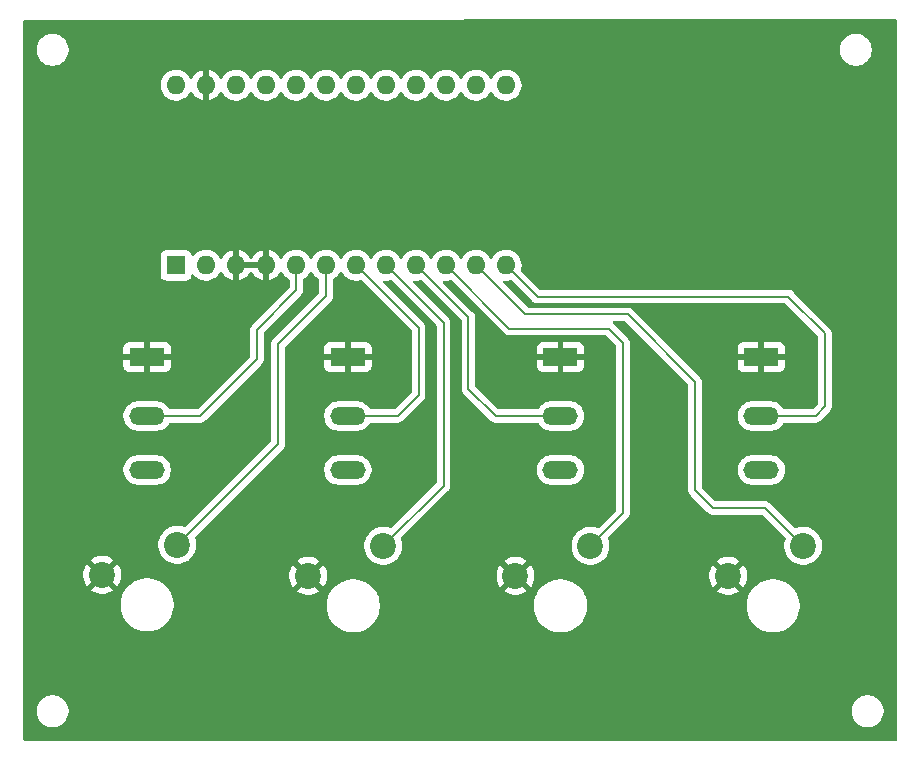
<source format=gbr>
%TF.GenerationSoftware,KiCad,Pcbnew,9.0.0*%
%TF.CreationDate,2025-03-03T22:54:26+00:00*%
%TF.ProjectId,controller,636f6e74-726f-46c6-9c65-722e6b696361,rev?*%
%TF.SameCoordinates,Original*%
%TF.FileFunction,Copper,L1,Top*%
%TF.FilePolarity,Positive*%
%FSLAX46Y46*%
G04 Gerber Fmt 4.6, Leading zero omitted, Abs format (unit mm)*
G04 Created by KiCad (PCBNEW 9.0.0) date 2025-03-03 22:54:26*
%MOMM*%
%LPD*%
G01*
G04 APERTURE LIST*
%TA.AperFunction,ComponentPad*%
%ADD10R,1.600000X1.600000*%
%TD*%
%TA.AperFunction,ComponentPad*%
%ADD11O,1.600000X1.600000*%
%TD*%
%TA.AperFunction,ComponentPad*%
%ADD12C,2.200000*%
%TD*%
%TA.AperFunction,ComponentPad*%
%ADD13R,3.000000X1.500000*%
%TD*%
%TA.AperFunction,ComponentPad*%
%ADD14O,3.000000X1.500000*%
%TD*%
%TA.AperFunction,Conductor*%
%ADD15C,0.127000*%
%TD*%
%TA.AperFunction,Conductor*%
%ADD16C,0.200000*%
%TD*%
G04 APERTURE END LIST*
D10*
%TO.P,U1,1,D1/TX*%
%TO.N,unconnected-(U1-D1{slash}TX-Pad1)*%
X119460000Y-74240000D03*
D11*
%TO.P,U1,2,D0/RX*%
%TO.N,unconnected-(U1-D0{slash}RX-Pad2)*%
X122000000Y-74240000D03*
%TO.P,U1,3,GND*%
%TO.N,GND*%
X124540000Y-74240000D03*
%TO.P,U1,4,GND*%
X127080000Y-74240000D03*
%TO.P,U1,5,D2*%
%TO.N,Net-(SW4-B)*%
X129620000Y-74240000D03*
%TO.P,U1,6,~D3*%
%TO.N,Net-(U1-~D3)*%
X132160000Y-74240000D03*
%TO.P,U1,7,D4/A6*%
%TO.N,Net-(SW3-B)*%
X134700000Y-74240000D03*
%TO.P,U1,8,~D5*%
%TO.N,Net-(U1-~D5)*%
X137240000Y-74240000D03*
%TO.P,U1,9,~D6/A7*%
%TO.N,Net-(SW2-B)*%
X139780000Y-74240000D03*
%TO.P,U1,10,D7*%
%TO.N,Net-(U1-D7)*%
X142320000Y-74240000D03*
%TO.P,U1,11,D8/A8*%
%TO.N,Net-(U1-D8{slash}A8)*%
X144860000Y-74240000D03*
%TO.P,U1,12,~D9/A9*%
%TO.N,Net-(SW5-B)*%
X147400000Y-74240000D03*
%TO.P,U1,13,~D10/A10*%
%TO.N,unconnected-(U1-~D10{slash}A10-Pad13)*%
X147400000Y-59000000D03*
%TO.P,U1,14,D16*%
%TO.N,unconnected-(U1-D16-Pad14)*%
X144860000Y-59000000D03*
%TO.P,U1,15,D14*%
%TO.N,unconnected-(U1-D14-Pad15)*%
X142320000Y-59000000D03*
%TO.P,U1,16,D15*%
%TO.N,unconnected-(U1-D15-Pad16)*%
X139780000Y-59000000D03*
%TO.P,U1,17,D18/A0*%
%TO.N,unconnected-(U1-D18{slash}A0-Pad17)*%
X137240000Y-59000000D03*
%TO.P,U1,18,D19/A1*%
%TO.N,unconnected-(U1-D19{slash}A1-Pad18)*%
X134700000Y-59000000D03*
%TO.P,U1,19,D20/A2*%
%TO.N,unconnected-(U1-D20{slash}A2-Pad19)*%
X132160000Y-59000000D03*
%TO.P,U1,20,D21/A3*%
%TO.N,unconnected-(U1-D21{slash}A3-Pad20)*%
X129620000Y-59000000D03*
%TO.P,U1,21,VCC*%
%TO.N,+5V*%
X127080000Y-59000000D03*
%TO.P,U1,22,RST*%
%TO.N,unconnected-(U1-RST-Pad22)*%
X124540000Y-59000000D03*
%TO.P,U1,23,GND*%
%TO.N,GND*%
X122000000Y-59000000D03*
%TO.P,U1,24,RAW*%
%TO.N,unconnected-(U1-RAW-Pad24)*%
X119460000Y-59000000D03*
%TD*%
D12*
%TO.P,SW11,1,1*%
%TO.N,Net-(U1-~D3)*%
X119540000Y-97920000D03*
%TO.P,SW11,2,2*%
%TO.N,GND*%
X113190000Y-100460000D03*
%TD*%
%TO.P,SW8,1,1*%
%TO.N,Net-(U1-D7)*%
X154540000Y-98000000D03*
%TO.P,SW8,2,2*%
%TO.N,GND*%
X148190000Y-100540000D03*
%TD*%
D13*
%TO.P,SW2,1,A*%
%TO.N,GND*%
X152000000Y-82000000D03*
D14*
%TO.P,SW2,2,B*%
%TO.N,Net-(SW2-B)*%
X152000000Y-87000000D03*
%TO.P,SW2,3,C*%
%TO.N,+5V*%
X152000000Y-91572000D03*
%TD*%
D12*
%TO.P,SW9,1,1*%
%TO.N,Net-(U1-D8{slash}A8)*%
X172540000Y-98000000D03*
%TO.P,SW9,2,2*%
%TO.N,GND*%
X166190000Y-100540000D03*
%TD*%
D13*
%TO.P,SW4,1,A*%
%TO.N,GND*%
X117000000Y-82000000D03*
D14*
%TO.P,SW4,2,B*%
%TO.N,Net-(SW4-B)*%
X117000000Y-87000000D03*
%TO.P,SW4,3,C*%
%TO.N,+5V*%
X117000000Y-91572000D03*
%TD*%
D13*
%TO.P,SW3,1,A*%
%TO.N,GND*%
X134000000Y-82000000D03*
D14*
%TO.P,SW3,2,B*%
%TO.N,Net-(SW3-B)*%
X134000000Y-87000000D03*
%TO.P,SW3,3,C*%
%TO.N,+5V*%
X134000000Y-91572000D03*
%TD*%
D12*
%TO.P,SW10,1,1*%
%TO.N,Net-(U1-~D5)*%
X137000000Y-98000000D03*
%TO.P,SW10,2,2*%
%TO.N,GND*%
X130650000Y-100540000D03*
%TD*%
D13*
%TO.P,SW5,1,A*%
%TO.N,GND*%
X169000000Y-82000000D03*
D14*
%TO.P,SW5,2,B*%
%TO.N,Net-(SW5-B)*%
X169000000Y-87000000D03*
%TO.P,SW5,3,C*%
%TO.N,+5V*%
X169000000Y-91572000D03*
%TD*%
D15*
%TO.N,Net-(SW2-B)*%
X139780000Y-74240000D02*
X144200000Y-78660000D01*
X144200000Y-78660000D02*
X144200000Y-84700000D01*
X144200000Y-84700000D02*
X146500000Y-87000000D01*
X146500000Y-87000000D02*
X152000000Y-87000000D01*
%TO.N,Net-(SW3-B)*%
X138200000Y-87000000D02*
X140000000Y-85200000D01*
X140000000Y-85200000D02*
X140000000Y-79600000D01*
X140000000Y-79540000D02*
X134700000Y-74240000D01*
X140000000Y-79600000D02*
X140000000Y-79540000D01*
X134000000Y-87000000D02*
X138200000Y-87000000D01*
%TO.N,Net-(SW4-B)*%
X129620000Y-76380000D02*
X129620000Y-74240000D01*
X126300000Y-79700000D02*
X129620000Y-76380000D01*
X121500000Y-87000000D02*
X126300000Y-82200000D01*
X126300000Y-79900000D02*
X126300000Y-79700000D01*
X126300000Y-82200000D02*
X126300000Y-79900000D01*
X117000000Y-87000000D02*
X121500000Y-87000000D01*
%TO.N,Net-(SW5-B)*%
X171300000Y-76900000D02*
X174400000Y-80000000D01*
X173600000Y-87000000D02*
X169000000Y-87000000D01*
X174400000Y-80000000D02*
X174400000Y-86200000D01*
X150060000Y-76900000D02*
X171300000Y-76900000D01*
X174400000Y-86200000D02*
X173600000Y-87000000D01*
X147400000Y-74240000D02*
X150060000Y-76900000D01*
%TO.N,Net-(U1-D7)*%
X157300000Y-80800000D02*
X157300000Y-95240000D01*
X156100000Y-79600000D02*
X157300000Y-80800000D01*
X157300000Y-95240000D02*
X154540000Y-98000000D01*
X147680000Y-79600000D02*
X156100000Y-79600000D01*
X142320000Y-74240000D02*
X147680000Y-79600000D01*
%TO.N,Net-(U1-D8{slash}A8)*%
X163400000Y-93300000D02*
X163400000Y-84100000D01*
X164900000Y-94800000D02*
X163400000Y-93300000D01*
X157700000Y-78400000D02*
X163400000Y-84100000D01*
X149020000Y-78400000D02*
X157700000Y-78400000D01*
X144860000Y-74240000D02*
X149020000Y-78400000D01*
X169340000Y-94800000D02*
X164900000Y-94800000D01*
X172540000Y-98000000D02*
X169340000Y-94800000D01*
%TO.N,Net-(U1-~D5)*%
X142100000Y-92900000D02*
X137000000Y-98000000D01*
X142100000Y-79100000D02*
X142100000Y-92900000D01*
X137240000Y-74240000D02*
X142100000Y-79100000D01*
D16*
%TO.N,Net-(U1-~D3)*%
X119540000Y-97920000D02*
X128100000Y-89360000D01*
X128100000Y-80900000D02*
X132160000Y-76840000D01*
X132160000Y-76840000D02*
X132160000Y-74240000D01*
X128100000Y-89360000D02*
X128100000Y-80900000D01*
%TD*%
%TA.AperFunction,Conductor*%
%TO.N,GND*%
G36*
X126759920Y-73994394D02*
G01*
X126707259Y-74085606D01*
X126680000Y-74187339D01*
X126680000Y-74292661D01*
X126707259Y-74394394D01*
X126759920Y-74485606D01*
X126764314Y-74490000D01*
X124855686Y-74490000D01*
X124860080Y-74485606D01*
X124912741Y-74394394D01*
X124940000Y-74292661D01*
X124940000Y-74187339D01*
X124912741Y-74085606D01*
X124860080Y-73994394D01*
X124855686Y-73990000D01*
X126764314Y-73990000D01*
X126759920Y-73994394D01*
G37*
%TD.AperFunction*%
%TA.AperFunction,Conductor*%
G36*
X180442400Y-53420928D02*
G01*
X180488226Y-53473671D01*
X180499500Y-53525333D01*
X180499500Y-114375500D01*
X180479815Y-114442539D01*
X180427011Y-114488294D01*
X180375500Y-114499500D01*
X106624500Y-114499500D01*
X106557461Y-114479815D01*
X106511706Y-114427011D01*
X106500500Y-114375500D01*
X106500500Y-111893713D01*
X107649500Y-111893713D01*
X107649500Y-112106286D01*
X107682753Y-112316239D01*
X107748444Y-112518414D01*
X107844951Y-112707820D01*
X107969890Y-112879786D01*
X108120213Y-113030109D01*
X108292179Y-113155048D01*
X108292181Y-113155049D01*
X108292184Y-113155051D01*
X108481588Y-113251557D01*
X108683757Y-113317246D01*
X108893713Y-113350500D01*
X108893714Y-113350500D01*
X109106286Y-113350500D01*
X109106287Y-113350500D01*
X109316243Y-113317246D01*
X109518412Y-113251557D01*
X109707816Y-113155051D01*
X109729789Y-113139086D01*
X109879786Y-113030109D01*
X109879788Y-113030106D01*
X109879792Y-113030104D01*
X110030104Y-112879792D01*
X110030106Y-112879788D01*
X110030109Y-112879786D01*
X110155048Y-112707820D01*
X110155047Y-112707820D01*
X110155051Y-112707816D01*
X110251557Y-112518412D01*
X110317246Y-112316243D01*
X110350500Y-112106287D01*
X110350500Y-111893713D01*
X176649500Y-111893713D01*
X176649500Y-112106286D01*
X176682753Y-112316239D01*
X176748444Y-112518414D01*
X176844951Y-112707820D01*
X176969890Y-112879786D01*
X177120213Y-113030109D01*
X177292179Y-113155048D01*
X177292181Y-113155049D01*
X177292184Y-113155051D01*
X177481588Y-113251557D01*
X177683757Y-113317246D01*
X177893713Y-113350500D01*
X177893714Y-113350500D01*
X178106286Y-113350500D01*
X178106287Y-113350500D01*
X178316243Y-113317246D01*
X178518412Y-113251557D01*
X178707816Y-113155051D01*
X178729789Y-113139086D01*
X178879786Y-113030109D01*
X178879788Y-113030106D01*
X178879792Y-113030104D01*
X179030104Y-112879792D01*
X179030106Y-112879788D01*
X179030109Y-112879786D01*
X179155048Y-112707820D01*
X179155047Y-112707820D01*
X179155051Y-112707816D01*
X179251557Y-112518412D01*
X179317246Y-112316243D01*
X179350500Y-112106287D01*
X179350500Y-111893713D01*
X179317246Y-111683757D01*
X179251557Y-111481588D01*
X179155051Y-111292184D01*
X179155049Y-111292181D01*
X179155048Y-111292179D01*
X179030109Y-111120213D01*
X178879786Y-110969890D01*
X178707820Y-110844951D01*
X178518414Y-110748444D01*
X178518413Y-110748443D01*
X178518412Y-110748443D01*
X178316243Y-110682754D01*
X178316241Y-110682753D01*
X178316240Y-110682753D01*
X178154957Y-110657208D01*
X178106287Y-110649500D01*
X177893713Y-110649500D01*
X177845042Y-110657208D01*
X177683760Y-110682753D01*
X177481585Y-110748444D01*
X177292179Y-110844951D01*
X177120213Y-110969890D01*
X176969890Y-111120213D01*
X176844951Y-111292179D01*
X176748444Y-111481585D01*
X176682753Y-111683760D01*
X176649500Y-111893713D01*
X110350500Y-111893713D01*
X110317246Y-111683757D01*
X110251557Y-111481588D01*
X110155051Y-111292184D01*
X110155049Y-111292181D01*
X110155048Y-111292179D01*
X110030109Y-111120213D01*
X109879786Y-110969890D01*
X109707820Y-110844951D01*
X109518414Y-110748444D01*
X109518413Y-110748443D01*
X109518412Y-110748443D01*
X109316243Y-110682754D01*
X109316241Y-110682753D01*
X109316240Y-110682753D01*
X109154957Y-110657208D01*
X109106287Y-110649500D01*
X108893713Y-110649500D01*
X108845042Y-110657208D01*
X108683760Y-110682753D01*
X108481585Y-110748444D01*
X108292179Y-110844951D01*
X108120213Y-110969890D01*
X107969890Y-111120213D01*
X107844951Y-111292179D01*
X107748444Y-111481585D01*
X107682753Y-111683760D01*
X107649500Y-111893713D01*
X106500500Y-111893713D01*
X106500500Y-102852486D01*
X114749500Y-102852486D01*
X114749500Y-103147513D01*
X114760031Y-103227499D01*
X114788007Y-103439993D01*
X114864361Y-103724951D01*
X114864364Y-103724961D01*
X114977254Y-103997500D01*
X114977258Y-103997510D01*
X115124761Y-104252993D01*
X115304352Y-104487040D01*
X115304358Y-104487047D01*
X115512952Y-104695641D01*
X115512959Y-104695647D01*
X115747006Y-104875238D01*
X116002489Y-105022741D01*
X116002490Y-105022741D01*
X116002493Y-105022743D01*
X116275048Y-105135639D01*
X116560007Y-105211993D01*
X116852494Y-105250500D01*
X116852501Y-105250500D01*
X117147499Y-105250500D01*
X117147506Y-105250500D01*
X117439993Y-105211993D01*
X117724952Y-105135639D01*
X117997507Y-105022743D01*
X118252994Y-104875238D01*
X118487042Y-104695646D01*
X118695646Y-104487042D01*
X118875238Y-104252994D01*
X119022743Y-103997507D01*
X119135639Y-103724952D01*
X119211993Y-103439993D01*
X119250500Y-103147506D01*
X119250500Y-102932486D01*
X132209500Y-102932486D01*
X132209500Y-103227513D01*
X132237475Y-103439993D01*
X132248007Y-103519993D01*
X132302928Y-103724961D01*
X132324361Y-103804951D01*
X132324364Y-103804961D01*
X132437254Y-104077500D01*
X132437258Y-104077510D01*
X132584761Y-104332993D01*
X132764352Y-104567040D01*
X132764358Y-104567047D01*
X132972952Y-104775641D01*
X132972959Y-104775647D01*
X133207006Y-104955238D01*
X133462489Y-105102741D01*
X133462490Y-105102741D01*
X133462493Y-105102743D01*
X133673296Y-105190060D01*
X133726245Y-105211993D01*
X133735048Y-105215639D01*
X134020007Y-105291993D01*
X134312494Y-105330500D01*
X134312501Y-105330500D01*
X134607499Y-105330500D01*
X134607506Y-105330500D01*
X134899993Y-105291993D01*
X135184952Y-105215639D01*
X135457507Y-105102743D01*
X135712994Y-104955238D01*
X135947042Y-104775646D01*
X136155646Y-104567042D01*
X136335238Y-104332994D01*
X136482743Y-104077507D01*
X136595639Y-103804952D01*
X136671993Y-103519993D01*
X136710500Y-103227506D01*
X136710500Y-102932494D01*
X136710499Y-102932486D01*
X149749500Y-102932486D01*
X149749500Y-103227513D01*
X149777475Y-103439993D01*
X149788007Y-103519993D01*
X149842928Y-103724961D01*
X149864361Y-103804951D01*
X149864364Y-103804961D01*
X149977254Y-104077500D01*
X149977258Y-104077510D01*
X150124761Y-104332993D01*
X150304352Y-104567040D01*
X150304358Y-104567047D01*
X150512952Y-104775641D01*
X150512959Y-104775647D01*
X150747006Y-104955238D01*
X151002489Y-105102741D01*
X151002490Y-105102741D01*
X151002493Y-105102743D01*
X151213296Y-105190060D01*
X151266245Y-105211993D01*
X151275048Y-105215639D01*
X151560007Y-105291993D01*
X151852494Y-105330500D01*
X151852501Y-105330500D01*
X152147499Y-105330500D01*
X152147506Y-105330500D01*
X152439993Y-105291993D01*
X152724952Y-105215639D01*
X152997507Y-105102743D01*
X153252994Y-104955238D01*
X153487042Y-104775646D01*
X153695646Y-104567042D01*
X153875238Y-104332994D01*
X154022743Y-104077507D01*
X154135639Y-103804952D01*
X154211993Y-103519993D01*
X154250500Y-103227506D01*
X154250500Y-102932494D01*
X154250499Y-102932486D01*
X167749500Y-102932486D01*
X167749500Y-103227513D01*
X167777475Y-103439993D01*
X167788007Y-103519993D01*
X167842928Y-103724961D01*
X167864361Y-103804951D01*
X167864364Y-103804961D01*
X167977254Y-104077500D01*
X167977258Y-104077510D01*
X168124761Y-104332993D01*
X168304352Y-104567040D01*
X168304358Y-104567047D01*
X168512952Y-104775641D01*
X168512959Y-104775647D01*
X168747006Y-104955238D01*
X169002489Y-105102741D01*
X169002490Y-105102741D01*
X169002493Y-105102743D01*
X169213296Y-105190060D01*
X169266245Y-105211993D01*
X169275048Y-105215639D01*
X169560007Y-105291993D01*
X169852494Y-105330500D01*
X169852501Y-105330500D01*
X170147499Y-105330500D01*
X170147506Y-105330500D01*
X170439993Y-105291993D01*
X170724952Y-105215639D01*
X170997507Y-105102743D01*
X171252994Y-104955238D01*
X171487042Y-104775646D01*
X171695646Y-104567042D01*
X171875238Y-104332994D01*
X172022743Y-104077507D01*
X172135639Y-103804952D01*
X172211993Y-103519993D01*
X172250500Y-103227506D01*
X172250500Y-102932494D01*
X172211993Y-102640007D01*
X172135639Y-102355048D01*
X172022743Y-102082493D01*
X171987010Y-102020602D01*
X171875238Y-101827006D01*
X171695647Y-101592959D01*
X171695641Y-101592952D01*
X171487047Y-101384358D01*
X171487040Y-101384352D01*
X171252993Y-101204761D01*
X170997510Y-101057258D01*
X170997500Y-101057254D01*
X170724961Y-100944364D01*
X170724954Y-100944362D01*
X170724952Y-100944361D01*
X170439993Y-100868007D01*
X170391113Y-100861571D01*
X170147513Y-100829500D01*
X170147506Y-100829500D01*
X169852494Y-100829500D01*
X169852486Y-100829500D01*
X169587678Y-100864364D01*
X169560007Y-100868007D01*
X169385861Y-100914669D01*
X169275048Y-100944361D01*
X169275038Y-100944364D01*
X169002499Y-101057254D01*
X169002489Y-101057258D01*
X168747006Y-101204761D01*
X168512959Y-101384352D01*
X168512952Y-101384358D01*
X168304358Y-101592952D01*
X168304352Y-101592959D01*
X168124761Y-101827006D01*
X167977258Y-102082489D01*
X167977254Y-102082499D01*
X167864364Y-102355038D01*
X167864361Y-102355048D01*
X167788008Y-102640004D01*
X167788006Y-102640015D01*
X167749500Y-102932486D01*
X154250499Y-102932486D01*
X154211993Y-102640007D01*
X154135639Y-102355048D01*
X154022743Y-102082493D01*
X153987010Y-102020602D01*
X153887931Y-101848991D01*
X153887930Y-101848990D01*
X153876069Y-101828446D01*
X153875238Y-101827006D01*
X153695646Y-101592958D01*
X153695641Y-101592952D01*
X153487047Y-101384358D01*
X153487040Y-101384352D01*
X153252993Y-101204761D01*
X152997510Y-101057258D01*
X152997500Y-101057254D01*
X152724961Y-100944364D01*
X152724954Y-100944362D01*
X152724952Y-100944361D01*
X152439993Y-100868007D01*
X152391113Y-100861571D01*
X152147513Y-100829500D01*
X152147506Y-100829500D01*
X151852494Y-100829500D01*
X151852486Y-100829500D01*
X151587678Y-100864364D01*
X151560007Y-100868007D01*
X151385861Y-100914669D01*
X151275048Y-100944361D01*
X151275038Y-100944364D01*
X151002499Y-101057254D01*
X151002489Y-101057258D01*
X150747006Y-101204761D01*
X150512959Y-101384352D01*
X150512952Y-101384358D01*
X150304358Y-101592952D01*
X150304352Y-101592959D01*
X150124761Y-101827006D01*
X149977258Y-102082489D01*
X149977254Y-102082499D01*
X149864364Y-102355038D01*
X149864361Y-102355048D01*
X149788008Y-102640004D01*
X149788006Y-102640015D01*
X149749500Y-102932486D01*
X136710499Y-102932486D01*
X136671993Y-102640007D01*
X136595639Y-102355048D01*
X136482743Y-102082493D01*
X136447010Y-102020602D01*
X136347931Y-101848991D01*
X136347930Y-101848990D01*
X136336069Y-101828446D01*
X136335238Y-101827006D01*
X136155646Y-101592958D01*
X136155641Y-101592952D01*
X135947047Y-101384358D01*
X135947040Y-101384352D01*
X135712993Y-101204761D01*
X135457510Y-101057258D01*
X135457500Y-101057254D01*
X135184961Y-100944364D01*
X135184954Y-100944362D01*
X135184952Y-100944361D01*
X134899993Y-100868007D01*
X134851113Y-100861571D01*
X134607513Y-100829500D01*
X134607506Y-100829500D01*
X134312494Y-100829500D01*
X134312486Y-100829500D01*
X134047678Y-100864364D01*
X134020007Y-100868007D01*
X133845861Y-100914669D01*
X133735048Y-100944361D01*
X133735038Y-100944364D01*
X133462499Y-101057254D01*
X133462489Y-101057258D01*
X133207006Y-101204761D01*
X132972959Y-101384352D01*
X132972952Y-101384358D01*
X132764358Y-101592952D01*
X132764352Y-101592959D01*
X132584761Y-101827006D01*
X132437258Y-102082489D01*
X132437254Y-102082499D01*
X132324364Y-102355038D01*
X132324361Y-102355048D01*
X132248008Y-102640004D01*
X132248006Y-102640015D01*
X132209500Y-102932486D01*
X119250500Y-102932486D01*
X119250500Y-102852494D01*
X119211993Y-102560007D01*
X119135639Y-102275048D01*
X119022743Y-102002493D01*
X118875238Y-101747006D01*
X118757033Y-101592959D01*
X118695647Y-101512959D01*
X118695641Y-101512952D01*
X118487047Y-101304358D01*
X118487040Y-101304352D01*
X118252993Y-101124761D01*
X117997510Y-100977258D01*
X117997500Y-100977254D01*
X117724961Y-100864364D01*
X117724954Y-100864362D01*
X117724952Y-100864361D01*
X117439993Y-100788007D01*
X117391113Y-100781571D01*
X117147513Y-100749500D01*
X117147506Y-100749500D01*
X116852494Y-100749500D01*
X116852486Y-100749500D01*
X116574085Y-100786153D01*
X116560007Y-100788007D01*
X116405152Y-100829500D01*
X116275048Y-100864361D01*
X116275038Y-100864364D01*
X116002499Y-100977254D01*
X116002489Y-100977258D01*
X115747006Y-101124761D01*
X115512959Y-101304352D01*
X115512952Y-101304358D01*
X115304358Y-101512952D01*
X115304352Y-101512959D01*
X115124761Y-101747006D01*
X114977258Y-102002489D01*
X114977254Y-102002499D01*
X114864364Y-102275038D01*
X114864361Y-102275048D01*
X114788008Y-102560004D01*
X114788006Y-102560015D01*
X114749500Y-102852486D01*
X106500500Y-102852486D01*
X106500500Y-100334071D01*
X111590000Y-100334071D01*
X111590000Y-100585928D01*
X111629397Y-100834669D01*
X111707219Y-101074184D01*
X111821557Y-101298583D01*
X111895748Y-101400697D01*
X111895748Y-101400698D01*
X112512421Y-100784024D01*
X112525359Y-100815258D01*
X112607437Y-100938097D01*
X112711903Y-101042563D01*
X112834742Y-101124641D01*
X112865974Y-101137577D01*
X112249300Y-101754250D01*
X112351416Y-101828442D01*
X112575815Y-101942780D01*
X112815330Y-102020602D01*
X113064072Y-102060000D01*
X113315928Y-102060000D01*
X113564669Y-102020602D01*
X113804184Y-101942780D01*
X114028575Y-101828446D01*
X114028581Y-101828442D01*
X114130697Y-101754250D01*
X114130698Y-101754250D01*
X113514025Y-101137578D01*
X113545258Y-101124641D01*
X113668097Y-101042563D01*
X113772563Y-100938097D01*
X113854641Y-100815258D01*
X113867577Y-100784025D01*
X114484250Y-101400698D01*
X114484250Y-101400697D01*
X114558442Y-101298581D01*
X114558446Y-101298575D01*
X114672780Y-101074184D01*
X114750602Y-100834669D01*
X114790000Y-100585928D01*
X114790000Y-100414071D01*
X129050000Y-100414071D01*
X129050000Y-100665928D01*
X129089397Y-100914669D01*
X129167219Y-101154184D01*
X129281557Y-101378583D01*
X129355748Y-101480697D01*
X129355748Y-101480698D01*
X129972421Y-100864024D01*
X129985359Y-100895258D01*
X130067437Y-101018097D01*
X130171903Y-101122563D01*
X130294742Y-101204641D01*
X130325974Y-101217577D01*
X129709300Y-101834250D01*
X129811416Y-101908442D01*
X130035815Y-102022780D01*
X130275330Y-102100602D01*
X130524072Y-102140000D01*
X130775928Y-102140000D01*
X131024669Y-102100602D01*
X131264184Y-102022780D01*
X131488575Y-101908446D01*
X131488581Y-101908442D01*
X131590697Y-101834250D01*
X131590698Y-101834250D01*
X130974025Y-101217578D01*
X131005258Y-101204641D01*
X131128097Y-101122563D01*
X131232563Y-101018097D01*
X131314641Y-100895258D01*
X131327577Y-100864025D01*
X131944250Y-101480698D01*
X131944250Y-101480697D01*
X132018442Y-101378581D01*
X132018446Y-101378575D01*
X132132780Y-101154184D01*
X132210602Y-100914669D01*
X132250000Y-100665928D01*
X132250000Y-100414071D01*
X146590000Y-100414071D01*
X146590000Y-100665928D01*
X146629397Y-100914669D01*
X146707219Y-101154184D01*
X146821557Y-101378583D01*
X146895748Y-101480697D01*
X146895748Y-101480698D01*
X147512421Y-100864024D01*
X147525359Y-100895258D01*
X147607437Y-101018097D01*
X147711903Y-101122563D01*
X147834742Y-101204641D01*
X147865974Y-101217577D01*
X147249300Y-101834250D01*
X147351416Y-101908442D01*
X147575815Y-102022780D01*
X147815330Y-102100602D01*
X148064072Y-102140000D01*
X148315928Y-102140000D01*
X148564669Y-102100602D01*
X148804184Y-102022780D01*
X149028575Y-101908446D01*
X149028581Y-101908442D01*
X149130697Y-101834250D01*
X149130698Y-101834250D01*
X148514025Y-101217578D01*
X148545258Y-101204641D01*
X148668097Y-101122563D01*
X148772563Y-101018097D01*
X148854641Y-100895258D01*
X148867577Y-100864025D01*
X149484250Y-101480698D01*
X149484250Y-101480697D01*
X149558442Y-101378581D01*
X149558446Y-101378575D01*
X149672780Y-101154184D01*
X149750602Y-100914669D01*
X149790000Y-100665928D01*
X149790000Y-100414071D01*
X164590000Y-100414071D01*
X164590000Y-100665928D01*
X164629397Y-100914669D01*
X164707219Y-101154184D01*
X164821557Y-101378583D01*
X164895748Y-101480697D01*
X164895748Y-101480698D01*
X165512421Y-100864024D01*
X165525359Y-100895258D01*
X165607437Y-101018097D01*
X165711903Y-101122563D01*
X165834742Y-101204641D01*
X165865974Y-101217577D01*
X165249300Y-101834250D01*
X165351416Y-101908442D01*
X165575815Y-102022780D01*
X165815330Y-102100602D01*
X166064072Y-102140000D01*
X166315928Y-102140000D01*
X166564669Y-102100602D01*
X166804184Y-102022780D01*
X167028575Y-101908446D01*
X167028581Y-101908442D01*
X167130697Y-101834250D01*
X167130698Y-101834250D01*
X166514025Y-101217578D01*
X166545258Y-101204641D01*
X166668097Y-101122563D01*
X166772563Y-101018097D01*
X166854641Y-100895258D01*
X166867578Y-100864025D01*
X167484250Y-101480698D01*
X167484250Y-101480697D01*
X167558442Y-101378581D01*
X167558446Y-101378575D01*
X167672780Y-101154184D01*
X167750602Y-100914669D01*
X167790000Y-100665928D01*
X167790000Y-100414071D01*
X167750602Y-100165330D01*
X167672780Y-99925815D01*
X167558442Y-99701416D01*
X167484250Y-99599301D01*
X167484250Y-99599300D01*
X166867577Y-100215973D01*
X166854641Y-100184742D01*
X166772563Y-100061903D01*
X166668097Y-99957437D01*
X166545258Y-99875359D01*
X166514024Y-99862421D01*
X167130698Y-99245748D01*
X167028583Y-99171557D01*
X166804184Y-99057219D01*
X166564669Y-98979397D01*
X166315928Y-98940000D01*
X166064072Y-98940000D01*
X165815330Y-98979397D01*
X165575815Y-99057219D01*
X165351413Y-99171559D01*
X165249301Y-99245747D01*
X165249300Y-99245748D01*
X165865974Y-99862421D01*
X165834742Y-99875359D01*
X165711903Y-99957437D01*
X165607437Y-100061903D01*
X165525359Y-100184742D01*
X165512421Y-100215974D01*
X164895748Y-99599300D01*
X164895747Y-99599301D01*
X164821559Y-99701413D01*
X164707219Y-99925815D01*
X164629397Y-100165330D01*
X164590000Y-100414071D01*
X149790000Y-100414071D01*
X149750602Y-100165330D01*
X149672780Y-99925815D01*
X149558442Y-99701416D01*
X149484250Y-99599301D01*
X149484250Y-99599300D01*
X148867577Y-100215973D01*
X148854641Y-100184742D01*
X148772563Y-100061903D01*
X148668097Y-99957437D01*
X148545258Y-99875359D01*
X148514024Y-99862421D01*
X149130698Y-99245748D01*
X149028583Y-99171557D01*
X148804184Y-99057219D01*
X148564669Y-98979397D01*
X148315928Y-98940000D01*
X148064072Y-98940000D01*
X147815330Y-98979397D01*
X147575815Y-99057219D01*
X147351413Y-99171559D01*
X147249301Y-99245747D01*
X147249300Y-99245748D01*
X147865974Y-99862421D01*
X147834742Y-99875359D01*
X147711903Y-99957437D01*
X147607437Y-100061903D01*
X147525359Y-100184742D01*
X147512421Y-100215974D01*
X146895748Y-99599300D01*
X146895747Y-99599301D01*
X146821559Y-99701413D01*
X146707219Y-99925815D01*
X146629397Y-100165330D01*
X146590000Y-100414071D01*
X132250000Y-100414071D01*
X132210602Y-100165330D01*
X132132780Y-99925815D01*
X132018442Y-99701416D01*
X131944250Y-99599301D01*
X131944250Y-99599300D01*
X131327577Y-100215973D01*
X131314641Y-100184742D01*
X131232563Y-100061903D01*
X131128097Y-99957437D01*
X131005258Y-99875359D01*
X130974024Y-99862421D01*
X131590698Y-99245748D01*
X131488583Y-99171557D01*
X131264184Y-99057219D01*
X131024669Y-98979397D01*
X130775928Y-98940000D01*
X130524072Y-98940000D01*
X130275330Y-98979397D01*
X130035815Y-99057219D01*
X129811413Y-99171559D01*
X129709301Y-99245747D01*
X129709300Y-99245748D01*
X130325974Y-99862421D01*
X130294742Y-99875359D01*
X130171903Y-99957437D01*
X130067437Y-100061903D01*
X129985359Y-100184742D01*
X129972421Y-100215974D01*
X129355748Y-99599300D01*
X129355747Y-99599301D01*
X129281559Y-99701413D01*
X129167219Y-99925815D01*
X129089397Y-100165330D01*
X129050000Y-100414071D01*
X114790000Y-100414071D01*
X114790000Y-100334071D01*
X114750602Y-100085330D01*
X114672780Y-99845815D01*
X114558442Y-99621416D01*
X114484250Y-99519301D01*
X114484250Y-99519300D01*
X113867577Y-100135973D01*
X113854641Y-100104742D01*
X113772563Y-99981903D01*
X113668097Y-99877437D01*
X113545258Y-99795359D01*
X113514024Y-99782421D01*
X114130698Y-99165748D01*
X114028583Y-99091557D01*
X113804184Y-98977219D01*
X113564669Y-98899397D01*
X113315928Y-98860000D01*
X113064072Y-98860000D01*
X112815330Y-98899397D01*
X112575815Y-98977219D01*
X112351413Y-99091559D01*
X112249301Y-99165747D01*
X112249300Y-99165748D01*
X112865974Y-99782421D01*
X112834742Y-99795359D01*
X112711903Y-99877437D01*
X112607437Y-99981903D01*
X112525359Y-100104742D01*
X112512421Y-100135974D01*
X111895748Y-99519300D01*
X111895747Y-99519301D01*
X111821559Y-99621413D01*
X111707219Y-99845815D01*
X111629397Y-100085330D01*
X111590000Y-100334071D01*
X106500500Y-100334071D01*
X106500500Y-91473577D01*
X114999500Y-91473577D01*
X114999500Y-91670422D01*
X115030290Y-91864826D01*
X115091117Y-92052029D01*
X115180476Y-92227405D01*
X115296172Y-92386646D01*
X115435354Y-92525828D01*
X115594595Y-92641524D01*
X115643386Y-92666384D01*
X115769970Y-92730882D01*
X115769972Y-92730882D01*
X115769975Y-92730884D01*
X115870317Y-92763487D01*
X115957173Y-92791709D01*
X116151578Y-92822500D01*
X116151583Y-92822500D01*
X117848422Y-92822500D01*
X118042826Y-92791709D01*
X118230025Y-92730884D01*
X118405405Y-92641524D01*
X118564646Y-92525828D01*
X118703828Y-92386646D01*
X118819524Y-92227405D01*
X118908884Y-92052025D01*
X118969709Y-91864826D01*
X119000500Y-91670422D01*
X119000500Y-91473577D01*
X118969709Y-91279173D01*
X118908882Y-91091970D01*
X118819523Y-90916594D01*
X118703828Y-90757354D01*
X118564646Y-90618172D01*
X118405405Y-90502476D01*
X118230029Y-90413117D01*
X118042826Y-90352290D01*
X117848422Y-90321500D01*
X117848417Y-90321500D01*
X116151583Y-90321500D01*
X116151578Y-90321500D01*
X115957173Y-90352290D01*
X115769970Y-90413117D01*
X115594594Y-90502476D01*
X115503741Y-90568485D01*
X115435354Y-90618172D01*
X115435352Y-90618174D01*
X115435351Y-90618174D01*
X115296174Y-90757351D01*
X115296174Y-90757352D01*
X115296172Y-90757354D01*
X115246485Y-90825741D01*
X115180476Y-90916594D01*
X115091117Y-91091970D01*
X115030290Y-91279173D01*
X114999500Y-91473577D01*
X106500500Y-91473577D01*
X106500500Y-86901577D01*
X114999500Y-86901577D01*
X114999500Y-87098422D01*
X115030290Y-87292826D01*
X115091117Y-87480029D01*
X115133903Y-87564000D01*
X115180476Y-87655405D01*
X115296172Y-87814646D01*
X115435354Y-87953828D01*
X115594595Y-88069524D01*
X115677455Y-88111743D01*
X115769970Y-88158882D01*
X115769972Y-88158882D01*
X115769975Y-88158884D01*
X115870317Y-88191487D01*
X115957173Y-88219709D01*
X116151578Y-88250500D01*
X116151583Y-88250500D01*
X117848422Y-88250500D01*
X118042826Y-88219709D01*
X118230025Y-88158884D01*
X118405405Y-88069524D01*
X118564646Y-87953828D01*
X118703828Y-87814646D01*
X118819524Y-87655405D01*
X118824394Y-87645846D01*
X118831601Y-87631704D01*
X118879576Y-87580908D01*
X118942085Y-87564000D01*
X121574251Y-87564000D01*
X121574253Y-87564000D01*
X121717696Y-87525565D01*
X121846304Y-87451313D01*
X121951313Y-87346304D01*
X121951313Y-87346302D01*
X121961517Y-87336099D01*
X121961521Y-87336094D01*
X126636094Y-82661521D01*
X126636099Y-82661517D01*
X126646302Y-82651313D01*
X126646304Y-82651313D01*
X126751313Y-82546304D01*
X126825565Y-82417696D01*
X126864000Y-82274252D01*
X126864000Y-79984977D01*
X126883685Y-79917938D01*
X126900314Y-79897301D01*
X129956094Y-76841520D01*
X129956099Y-76841517D01*
X129966302Y-76831313D01*
X129966304Y-76831313D01*
X130071313Y-76726304D01*
X130145565Y-76597696D01*
X130151883Y-76574114D01*
X130157356Y-76553694D01*
X130167693Y-76515111D01*
X130184000Y-76454253D01*
X130184000Y-76305747D01*
X130184000Y-75488199D01*
X130203685Y-75421160D01*
X130251706Y-75377714D01*
X130301610Y-75352287D01*
X130351144Y-75316298D01*
X130467213Y-75231971D01*
X130467215Y-75231968D01*
X130467219Y-75231966D01*
X130611966Y-75087219D01*
X130611968Y-75087215D01*
X130611971Y-75087213D01*
X130732284Y-74921614D01*
X130732286Y-74921611D01*
X130732287Y-74921610D01*
X130779516Y-74828917D01*
X130827489Y-74778123D01*
X130895310Y-74761328D01*
X130961445Y-74783865D01*
X131000485Y-74828919D01*
X131047715Y-74921614D01*
X131168028Y-75087213D01*
X131168034Y-75087219D01*
X131312781Y-75231966D01*
X131478390Y-75352287D01*
X131491793Y-75359116D01*
X131542589Y-75407088D01*
X131559500Y-75469601D01*
X131559500Y-76539902D01*
X131539815Y-76606941D01*
X131523181Y-76627583D01*
X127619482Y-80531281D01*
X127619480Y-80531283D01*
X127608575Y-80550171D01*
X127600592Y-80564000D01*
X127540423Y-80668215D01*
X127499499Y-80820943D01*
X127499499Y-80820945D01*
X127499499Y-80989046D01*
X127499500Y-80989059D01*
X127499500Y-89059902D01*
X127479815Y-89126941D01*
X127463181Y-89147583D01*
X120222923Y-96387840D01*
X120161600Y-96421325D01*
X120096924Y-96418090D01*
X119914787Y-96358910D01*
X119748903Y-96332636D01*
X119665962Y-96319500D01*
X119414038Y-96319500D01*
X119289626Y-96339205D01*
X119165214Y-96358910D01*
X118925616Y-96436760D01*
X118701151Y-96551132D01*
X118497350Y-96699201D01*
X118497345Y-96699205D01*
X118319205Y-96877345D01*
X118319201Y-96877350D01*
X118171132Y-97081151D01*
X118056760Y-97305616D01*
X117978910Y-97545214D01*
X117939500Y-97794038D01*
X117939500Y-98045961D01*
X117978910Y-98294785D01*
X118056760Y-98534383D01*
X118171132Y-98758848D01*
X118319201Y-98962649D01*
X118319205Y-98962654D01*
X118497345Y-99140794D01*
X118497350Y-99140798D01*
X118675117Y-99269952D01*
X118701155Y-99288870D01*
X118844184Y-99361747D01*
X118925616Y-99403239D01*
X118925618Y-99403239D01*
X118925621Y-99403241D01*
X119165215Y-99481090D01*
X119414038Y-99520500D01*
X119414039Y-99520500D01*
X119665961Y-99520500D01*
X119665962Y-99520500D01*
X119914785Y-99481090D01*
X120154379Y-99403241D01*
X120378845Y-99288870D01*
X120441261Y-99243521D01*
X120511227Y-99192690D01*
X120582649Y-99140798D01*
X120582647Y-99140798D01*
X120582656Y-99140793D01*
X120760793Y-98962656D01*
X120908870Y-98758845D01*
X121023241Y-98534379D01*
X121101090Y-98294785D01*
X121140500Y-98045962D01*
X121140500Y-97794038D01*
X121101090Y-97545215D01*
X121101089Y-97545211D01*
X121101089Y-97545210D01*
X121041909Y-97363073D01*
X121039914Y-97293232D01*
X121072157Y-97237076D01*
X126835657Y-91473577D01*
X131999500Y-91473577D01*
X131999500Y-91670422D01*
X132030290Y-91864826D01*
X132091117Y-92052029D01*
X132180476Y-92227405D01*
X132296172Y-92386646D01*
X132435354Y-92525828D01*
X132594595Y-92641524D01*
X132643386Y-92666384D01*
X132769970Y-92730882D01*
X132769972Y-92730882D01*
X132769975Y-92730884D01*
X132870317Y-92763487D01*
X132957173Y-92791709D01*
X133151578Y-92822500D01*
X133151583Y-92822500D01*
X134848422Y-92822500D01*
X135042826Y-92791709D01*
X135230025Y-92730884D01*
X135405405Y-92641524D01*
X135564646Y-92525828D01*
X135703828Y-92386646D01*
X135819524Y-92227405D01*
X135908884Y-92052025D01*
X135969709Y-91864826D01*
X136000500Y-91670422D01*
X136000500Y-91473577D01*
X135969709Y-91279173D01*
X135908882Y-91091970D01*
X135819523Y-90916594D01*
X135703828Y-90757354D01*
X135564646Y-90618172D01*
X135405405Y-90502476D01*
X135230029Y-90413117D01*
X135042826Y-90352290D01*
X134848422Y-90321500D01*
X134848417Y-90321500D01*
X133151583Y-90321500D01*
X133151578Y-90321500D01*
X132957173Y-90352290D01*
X132769970Y-90413117D01*
X132594594Y-90502476D01*
X132503741Y-90568485D01*
X132435354Y-90618172D01*
X132435352Y-90618174D01*
X132435351Y-90618174D01*
X132296174Y-90757351D01*
X132296174Y-90757352D01*
X132296172Y-90757354D01*
X132246485Y-90825741D01*
X132180476Y-90916594D01*
X132091117Y-91091970D01*
X132030290Y-91279173D01*
X131999500Y-91473577D01*
X126835657Y-91473577D01*
X128468713Y-89840521D01*
X128468716Y-89840520D01*
X128580520Y-89728716D01*
X128630639Y-89641904D01*
X128659577Y-89591785D01*
X128700500Y-89439057D01*
X128700500Y-89280943D01*
X128700500Y-81202155D01*
X132000000Y-81202155D01*
X132000000Y-81750000D01*
X132816988Y-81750000D01*
X132784075Y-81807007D01*
X132750000Y-81934174D01*
X132750000Y-82065826D01*
X132784075Y-82192993D01*
X132816988Y-82250000D01*
X132000000Y-82250000D01*
X132000000Y-82797844D01*
X132006401Y-82857372D01*
X132006403Y-82857379D01*
X132056645Y-82992086D01*
X132056649Y-82992093D01*
X132142809Y-83107187D01*
X132142812Y-83107190D01*
X132257906Y-83193350D01*
X132257913Y-83193354D01*
X132392620Y-83243596D01*
X132392627Y-83243598D01*
X132452155Y-83249999D01*
X132452172Y-83250000D01*
X133750000Y-83250000D01*
X133750000Y-82500000D01*
X134250000Y-82500000D01*
X134250000Y-83250000D01*
X135547828Y-83250000D01*
X135547844Y-83249999D01*
X135607372Y-83243598D01*
X135607379Y-83243596D01*
X135742086Y-83193354D01*
X135742093Y-83193350D01*
X135857187Y-83107190D01*
X135857190Y-83107187D01*
X135943350Y-82992093D01*
X135943354Y-82992086D01*
X135993596Y-82857379D01*
X135993598Y-82857372D01*
X135999999Y-82797844D01*
X136000000Y-82797827D01*
X136000000Y-82250000D01*
X135183012Y-82250000D01*
X135215925Y-82192993D01*
X135250000Y-82065826D01*
X135250000Y-81934174D01*
X135215925Y-81807007D01*
X135183012Y-81750000D01*
X136000000Y-81750000D01*
X136000000Y-81202172D01*
X135999999Y-81202155D01*
X135993598Y-81142627D01*
X135993596Y-81142620D01*
X135943354Y-81007913D01*
X135943350Y-81007906D01*
X135857190Y-80892812D01*
X135857187Y-80892809D01*
X135742093Y-80806649D01*
X135742086Y-80806645D01*
X135607379Y-80756403D01*
X135607372Y-80756401D01*
X135547844Y-80750000D01*
X134250000Y-80750000D01*
X134250000Y-81500000D01*
X133750000Y-81500000D01*
X133750000Y-80750000D01*
X132452155Y-80750000D01*
X132392627Y-80756401D01*
X132392620Y-80756403D01*
X132257913Y-80806645D01*
X132257906Y-80806649D01*
X132142812Y-80892809D01*
X132142809Y-80892812D01*
X132056649Y-81007906D01*
X132056645Y-81007913D01*
X132006403Y-81142620D01*
X132006401Y-81142627D01*
X132000000Y-81202155D01*
X128700500Y-81202155D01*
X128700500Y-81200096D01*
X128704006Y-81188154D01*
X128703007Y-81181204D01*
X128710345Y-81165133D01*
X128715668Y-81140669D01*
X128719422Y-81135653D01*
X128720185Y-81133057D01*
X128731286Y-81119280D01*
X128732032Y-81117648D01*
X128736267Y-81113098D01*
X128736814Y-81112420D01*
X132518506Y-77330727D01*
X132518511Y-77330724D01*
X132528714Y-77320520D01*
X132528716Y-77320520D01*
X132640520Y-77208716D01*
X132693070Y-77117696D01*
X132719577Y-77071785D01*
X132760500Y-76919057D01*
X132760500Y-76760943D01*
X132760500Y-75469601D01*
X132780185Y-75402562D01*
X132828206Y-75359116D01*
X132841610Y-75352287D01*
X133007219Y-75231966D01*
X133151966Y-75087219D01*
X133151968Y-75087215D01*
X133151971Y-75087213D01*
X133272284Y-74921614D01*
X133272286Y-74921611D01*
X133272287Y-74921610D01*
X133319516Y-74828917D01*
X133367489Y-74778123D01*
X133435310Y-74761328D01*
X133501445Y-74783865D01*
X133540485Y-74828919D01*
X133587715Y-74921614D01*
X133708028Y-75087213D01*
X133852786Y-75231971D01*
X134007749Y-75344556D01*
X134018390Y-75352287D01*
X134099499Y-75393614D01*
X134200776Y-75445218D01*
X134200778Y-75445218D01*
X134200781Y-75445220D01*
X134275818Y-75469601D01*
X134395465Y-75508477D01*
X134477171Y-75521418D01*
X134597648Y-75540500D01*
X134597649Y-75540500D01*
X134802351Y-75540500D01*
X134802352Y-75540500D01*
X135004534Y-75508477D01*
X135057805Y-75491167D01*
X135127643Y-75489173D01*
X135183802Y-75521418D01*
X139399681Y-79737297D01*
X139433166Y-79798620D01*
X139436000Y-79824978D01*
X139436000Y-84915022D01*
X139416315Y-84982061D01*
X139399681Y-85002703D01*
X138002703Y-86399681D01*
X137941380Y-86433166D01*
X137915022Y-86436000D01*
X135942085Y-86436000D01*
X135875046Y-86416315D01*
X135831601Y-86368296D01*
X135819525Y-86344597D01*
X135819523Y-86344594D01*
X135703828Y-86185354D01*
X135564646Y-86046172D01*
X135405405Y-85930476D01*
X135375075Y-85915022D01*
X135230029Y-85841117D01*
X135042826Y-85780290D01*
X134848422Y-85749500D01*
X134848417Y-85749500D01*
X133151583Y-85749500D01*
X133151578Y-85749500D01*
X132957173Y-85780290D01*
X132769970Y-85841117D01*
X132594594Y-85930476D01*
X132545172Y-85966384D01*
X132435354Y-86046172D01*
X132435352Y-86046174D01*
X132435351Y-86046174D01*
X132296174Y-86185351D01*
X132296174Y-86185352D01*
X132296172Y-86185354D01*
X132246485Y-86253741D01*
X132180476Y-86344594D01*
X132091117Y-86519970D01*
X132030290Y-86707173D01*
X131999500Y-86901577D01*
X131999500Y-87098422D01*
X132030290Y-87292826D01*
X132091117Y-87480029D01*
X132133903Y-87564000D01*
X132180476Y-87655405D01*
X132296172Y-87814646D01*
X132435354Y-87953828D01*
X132594595Y-88069524D01*
X132677455Y-88111743D01*
X132769970Y-88158882D01*
X132769972Y-88158882D01*
X132769975Y-88158884D01*
X132870317Y-88191487D01*
X132957173Y-88219709D01*
X133151578Y-88250500D01*
X133151583Y-88250500D01*
X134848422Y-88250500D01*
X135042826Y-88219709D01*
X135230025Y-88158884D01*
X135405405Y-88069524D01*
X135564646Y-87953828D01*
X135703828Y-87814646D01*
X135819524Y-87655405D01*
X135824394Y-87645846D01*
X135831601Y-87631704D01*
X135879576Y-87580908D01*
X135942085Y-87564000D01*
X138274251Y-87564000D01*
X138274253Y-87564000D01*
X138417696Y-87525565D01*
X138546304Y-87451313D01*
X138651313Y-87346304D01*
X138651313Y-87346302D01*
X138661517Y-87336099D01*
X138661521Y-87336094D01*
X140336094Y-85661521D01*
X140336099Y-85661517D01*
X140346302Y-85651313D01*
X140346304Y-85651313D01*
X140451313Y-85546304D01*
X140453592Y-85542356D01*
X140498377Y-85464787D01*
X140498380Y-85464778D01*
X140498386Y-85464770D01*
X140525565Y-85417697D01*
X140564000Y-85274253D01*
X140564000Y-85125748D01*
X140564000Y-79525748D01*
X140564000Y-79525747D01*
X140564000Y-79465748D01*
X140525565Y-79322304D01*
X140451313Y-79193696D01*
X140346304Y-79088687D01*
X140346303Y-79088686D01*
X140341973Y-79084356D01*
X140341962Y-79084346D01*
X137004073Y-75746457D01*
X136970588Y-75685134D01*
X136975572Y-75615442D01*
X137017444Y-75559509D01*
X137082908Y-75535092D01*
X137111148Y-75536302D01*
X137137648Y-75540500D01*
X137137650Y-75540500D01*
X137342351Y-75540500D01*
X137342352Y-75540500D01*
X137544534Y-75508477D01*
X137597805Y-75491167D01*
X137667643Y-75489173D01*
X137723802Y-75521418D01*
X141499681Y-79297297D01*
X141533166Y-79358620D01*
X141536000Y-79384978D01*
X141536000Y-92615021D01*
X141516315Y-92682060D01*
X141499681Y-92702702D01*
X137721883Y-96480499D01*
X137660560Y-96513984D01*
X137595884Y-96510749D01*
X137374787Y-96438910D01*
X137208903Y-96412636D01*
X137125962Y-96399500D01*
X136874038Y-96399500D01*
X136756666Y-96418090D01*
X136625214Y-96438910D01*
X136385616Y-96516760D01*
X136161151Y-96631132D01*
X135957350Y-96779201D01*
X135957345Y-96779205D01*
X135779205Y-96957345D01*
X135779201Y-96957350D01*
X135631132Y-97161151D01*
X135516760Y-97385616D01*
X135438910Y-97625214D01*
X135399500Y-97874038D01*
X135399500Y-98125961D01*
X135438910Y-98374785D01*
X135516760Y-98614383D01*
X135631132Y-98838848D01*
X135779201Y-99042649D01*
X135779205Y-99042654D01*
X135957345Y-99220794D01*
X135957350Y-99220798D01*
X136051040Y-99288867D01*
X136161155Y-99368870D01*
X136304184Y-99441747D01*
X136385616Y-99483239D01*
X136385618Y-99483239D01*
X136385621Y-99483241D01*
X136625215Y-99561090D01*
X136874038Y-99600500D01*
X136874039Y-99600500D01*
X137125961Y-99600500D01*
X137125962Y-99600500D01*
X137374785Y-99561090D01*
X137614379Y-99483241D01*
X137838845Y-99368870D01*
X138042656Y-99220793D01*
X138220793Y-99042656D01*
X138368870Y-98838845D01*
X138483241Y-98614379D01*
X138561090Y-98374785D01*
X138600500Y-98125962D01*
X138600500Y-97874038D01*
X138561090Y-97625215D01*
X138561089Y-97625213D01*
X138535095Y-97545210D01*
X138489248Y-97404111D01*
X138487254Y-97334274D01*
X138519497Y-97278117D01*
X142436094Y-93361521D01*
X142436099Y-93361517D01*
X142446302Y-93351313D01*
X142446304Y-93351313D01*
X142551313Y-93246304D01*
X142625565Y-93117696D01*
X142664000Y-92974252D01*
X142664000Y-91473577D01*
X149999500Y-91473577D01*
X149999500Y-91670422D01*
X150030290Y-91864826D01*
X150091117Y-92052029D01*
X150180476Y-92227405D01*
X150296172Y-92386646D01*
X150435354Y-92525828D01*
X150594595Y-92641524D01*
X150643386Y-92666384D01*
X150769970Y-92730882D01*
X150769972Y-92730882D01*
X150769975Y-92730884D01*
X150870317Y-92763487D01*
X150957173Y-92791709D01*
X151151578Y-92822500D01*
X151151583Y-92822500D01*
X152848422Y-92822500D01*
X153042826Y-92791709D01*
X153230025Y-92730884D01*
X153405405Y-92641524D01*
X153564646Y-92525828D01*
X153703828Y-92386646D01*
X153819524Y-92227405D01*
X153908884Y-92052025D01*
X153969709Y-91864826D01*
X154000500Y-91670422D01*
X154000500Y-91473577D01*
X153969709Y-91279173D01*
X153908882Y-91091970D01*
X153819523Y-90916594D01*
X153703828Y-90757354D01*
X153564646Y-90618172D01*
X153405405Y-90502476D01*
X153230029Y-90413117D01*
X153042826Y-90352290D01*
X152848422Y-90321500D01*
X152848417Y-90321500D01*
X151151583Y-90321500D01*
X151151578Y-90321500D01*
X150957173Y-90352290D01*
X150769970Y-90413117D01*
X150594594Y-90502476D01*
X150503741Y-90568485D01*
X150435354Y-90618172D01*
X150435352Y-90618174D01*
X150435351Y-90618174D01*
X150296174Y-90757351D01*
X150296174Y-90757352D01*
X150296172Y-90757354D01*
X150246485Y-90825741D01*
X150180476Y-90916594D01*
X150091117Y-91091970D01*
X150030290Y-91279173D01*
X149999500Y-91473577D01*
X142664000Y-91473577D01*
X142664000Y-79025748D01*
X142625565Y-78882304D01*
X142551313Y-78753696D01*
X142446304Y-78648687D01*
X142446303Y-78648686D01*
X142441973Y-78644356D01*
X142441962Y-78644346D01*
X139544073Y-75746457D01*
X139510588Y-75685134D01*
X139515572Y-75615442D01*
X139557444Y-75559509D01*
X139622908Y-75535092D01*
X139651148Y-75536302D01*
X139677648Y-75540500D01*
X139677650Y-75540500D01*
X139882351Y-75540500D01*
X139882352Y-75540500D01*
X140084534Y-75508477D01*
X140137805Y-75491167D01*
X140207643Y-75489173D01*
X140263802Y-75521418D01*
X143599681Y-78857297D01*
X143633166Y-78918620D01*
X143636000Y-78944978D01*
X143636000Y-84625747D01*
X143636000Y-84774253D01*
X143674435Y-84917696D01*
X143748687Y-85046304D01*
X143748689Y-85046306D01*
X143860761Y-85158378D01*
X143860767Y-85158383D01*
X146044346Y-87341962D01*
X146044356Y-87341973D01*
X146048686Y-87346303D01*
X146048687Y-87346304D01*
X146153696Y-87451313D01*
X146282304Y-87525565D01*
X146425747Y-87564000D01*
X146425748Y-87564000D01*
X150057915Y-87564000D01*
X150124954Y-87583685D01*
X150168399Y-87631704D01*
X150180474Y-87655402D01*
X150180476Y-87655405D01*
X150296172Y-87814646D01*
X150435354Y-87953828D01*
X150594595Y-88069524D01*
X150677455Y-88111743D01*
X150769970Y-88158882D01*
X150769972Y-88158882D01*
X150769975Y-88158884D01*
X150870317Y-88191487D01*
X150957173Y-88219709D01*
X151151578Y-88250500D01*
X151151583Y-88250500D01*
X152848422Y-88250500D01*
X153042826Y-88219709D01*
X153230025Y-88158884D01*
X153405405Y-88069524D01*
X153564646Y-87953828D01*
X153703828Y-87814646D01*
X153819524Y-87655405D01*
X153908884Y-87480025D01*
X153969709Y-87292826D01*
X154000500Y-87098422D01*
X154000500Y-86901577D01*
X153969709Y-86707173D01*
X153941487Y-86620317D01*
X153908884Y-86519975D01*
X153908882Y-86519972D01*
X153908882Y-86519970D01*
X153856067Y-86416315D01*
X153819524Y-86344595D01*
X153703828Y-86185354D01*
X153564646Y-86046172D01*
X153405405Y-85930476D01*
X153375075Y-85915022D01*
X153230029Y-85841117D01*
X153042826Y-85780290D01*
X152848422Y-85749500D01*
X152848417Y-85749500D01*
X151151583Y-85749500D01*
X151151578Y-85749500D01*
X150957173Y-85780290D01*
X150769970Y-85841117D01*
X150594594Y-85930476D01*
X150545172Y-85966384D01*
X150435354Y-86046172D01*
X150435352Y-86046174D01*
X150435351Y-86046174D01*
X150296174Y-86185351D01*
X150296174Y-86185352D01*
X150296172Y-86185354D01*
X150238324Y-86264974D01*
X150180474Y-86344597D01*
X150168399Y-86368296D01*
X150120424Y-86419092D01*
X150057915Y-86436000D01*
X146784978Y-86436000D01*
X146717939Y-86416315D01*
X146697297Y-86399681D01*
X144800319Y-84502703D01*
X144766834Y-84441380D01*
X144764000Y-84415022D01*
X144764000Y-81202155D01*
X150000000Y-81202155D01*
X150000000Y-81750000D01*
X150816988Y-81750000D01*
X150784075Y-81807007D01*
X150750000Y-81934174D01*
X150750000Y-82065826D01*
X150784075Y-82192993D01*
X150816988Y-82250000D01*
X150000000Y-82250000D01*
X150000000Y-82797844D01*
X150006401Y-82857372D01*
X150006403Y-82857379D01*
X150056645Y-82992086D01*
X150056649Y-82992093D01*
X150142809Y-83107187D01*
X150142812Y-83107190D01*
X150257906Y-83193350D01*
X150257913Y-83193354D01*
X150392620Y-83243596D01*
X150392627Y-83243598D01*
X150452155Y-83249999D01*
X150452172Y-83250000D01*
X151750000Y-83250000D01*
X151750000Y-82500000D01*
X152250000Y-82500000D01*
X152250000Y-83250000D01*
X153547828Y-83250000D01*
X153547844Y-83249999D01*
X153607372Y-83243598D01*
X153607379Y-83243596D01*
X153742086Y-83193354D01*
X153742093Y-83193350D01*
X153857187Y-83107190D01*
X153857190Y-83107187D01*
X153943350Y-82992093D01*
X153943354Y-82992086D01*
X153993596Y-82857379D01*
X153993598Y-82857372D01*
X153999999Y-82797844D01*
X154000000Y-82797827D01*
X154000000Y-82250000D01*
X153183012Y-82250000D01*
X153215925Y-82192993D01*
X153250000Y-82065826D01*
X153250000Y-81934174D01*
X153215925Y-81807007D01*
X153183012Y-81750000D01*
X154000000Y-81750000D01*
X154000000Y-81202172D01*
X153999999Y-81202155D01*
X153993598Y-81142627D01*
X153993596Y-81142620D01*
X153943354Y-81007913D01*
X153943350Y-81007906D01*
X153857190Y-80892812D01*
X153857187Y-80892809D01*
X153742093Y-80806649D01*
X153742086Y-80806645D01*
X153607379Y-80756403D01*
X153607372Y-80756401D01*
X153547844Y-80750000D01*
X152250000Y-80750000D01*
X152250000Y-81500000D01*
X151750000Y-81500000D01*
X151750000Y-80750000D01*
X150452155Y-80750000D01*
X150392627Y-80756401D01*
X150392620Y-80756403D01*
X150257913Y-80806645D01*
X150257906Y-80806649D01*
X150142812Y-80892809D01*
X150142809Y-80892812D01*
X150056649Y-81007906D01*
X150056645Y-81007913D01*
X150006403Y-81142620D01*
X150006401Y-81142627D01*
X150000000Y-81202155D01*
X144764000Y-81202155D01*
X144764000Y-78585750D01*
X144764000Y-78585748D01*
X144725565Y-78442304D01*
X144651313Y-78313696D01*
X144546304Y-78208687D01*
X144546303Y-78208686D01*
X144541973Y-78204356D01*
X144541962Y-78204346D01*
X142084073Y-75746457D01*
X142050588Y-75685134D01*
X142055572Y-75615442D01*
X142097444Y-75559509D01*
X142162908Y-75535092D01*
X142191148Y-75536302D01*
X142217648Y-75540500D01*
X142217650Y-75540500D01*
X142422351Y-75540500D01*
X142422352Y-75540500D01*
X142624534Y-75508477D01*
X142677805Y-75491167D01*
X142747643Y-75489173D01*
X142803801Y-75521417D01*
X147333696Y-80051313D01*
X147333697Y-80051314D01*
X147333699Y-80051315D01*
X147462300Y-80125563D01*
X147462301Y-80125563D01*
X147462304Y-80125565D01*
X147605748Y-80164001D01*
X147605751Y-80164001D01*
X147761849Y-80164001D01*
X147761865Y-80164000D01*
X155815022Y-80164000D01*
X155882061Y-80183685D01*
X155902703Y-80200319D01*
X156699681Y-80997297D01*
X156733166Y-81058620D01*
X156736000Y-81084978D01*
X156736000Y-94955021D01*
X156716315Y-95022060D01*
X156699681Y-95042702D01*
X155261883Y-96480499D01*
X155200560Y-96513984D01*
X155135884Y-96510749D01*
X154914787Y-96438910D01*
X154748903Y-96412636D01*
X154665962Y-96399500D01*
X154414038Y-96399500D01*
X154296666Y-96418090D01*
X154165214Y-96438910D01*
X153925616Y-96516760D01*
X153701151Y-96631132D01*
X153497350Y-96779201D01*
X153497345Y-96779205D01*
X153319205Y-96957345D01*
X153319201Y-96957350D01*
X153171132Y-97161151D01*
X153056760Y-97385616D01*
X152978910Y-97625214D01*
X152939500Y-97874038D01*
X152939500Y-98125961D01*
X152978910Y-98374785D01*
X153056760Y-98614383D01*
X153171132Y-98838848D01*
X153319201Y-99042649D01*
X153319205Y-99042654D01*
X153497345Y-99220794D01*
X153497350Y-99220798D01*
X153591040Y-99288867D01*
X153701155Y-99368870D01*
X153844184Y-99441747D01*
X153925616Y-99483239D01*
X153925618Y-99483239D01*
X153925621Y-99483241D01*
X154165215Y-99561090D01*
X154414038Y-99600500D01*
X154414039Y-99600500D01*
X154665961Y-99600500D01*
X154665962Y-99600500D01*
X154914785Y-99561090D01*
X155154379Y-99483241D01*
X155378845Y-99368870D01*
X155582656Y-99220793D01*
X155760793Y-99042656D01*
X155908870Y-98838845D01*
X156023241Y-98614379D01*
X156101090Y-98374785D01*
X156140500Y-98125962D01*
X156140500Y-97874038D01*
X156101090Y-97625215D01*
X156101089Y-97625213D01*
X156075095Y-97545210D01*
X156029248Y-97404111D01*
X156027254Y-97334274D01*
X156059497Y-97278117D01*
X157636094Y-95701521D01*
X157636099Y-95701517D01*
X157646302Y-95691313D01*
X157646304Y-95691313D01*
X157751313Y-95586304D01*
X157753592Y-95582356D01*
X157798377Y-95504787D01*
X157798380Y-95504778D01*
X157798386Y-95504770D01*
X157825565Y-95457697D01*
X157864000Y-95314253D01*
X157864000Y-95165748D01*
X157864000Y-80725748D01*
X157848584Y-80668215D01*
X157825565Y-80582304D01*
X157814997Y-80564000D01*
X157751313Y-80453696D01*
X157646304Y-80348687D01*
X157646303Y-80348686D01*
X157641973Y-80344356D01*
X157641962Y-80344346D01*
X156558383Y-79260767D01*
X156551314Y-79253698D01*
X156551313Y-79253696D01*
X156473295Y-79175678D01*
X156445437Y-79124657D01*
X156439813Y-79114358D01*
X156444797Y-79044666D01*
X156452925Y-79033808D01*
X156486669Y-78988732D01*
X156534349Y-78970948D01*
X156552133Y-78964316D01*
X156560979Y-78964000D01*
X157415022Y-78964000D01*
X157482061Y-78983685D01*
X157502703Y-79000319D01*
X162799681Y-84297297D01*
X162833166Y-84358620D01*
X162836000Y-84384978D01*
X162836000Y-93374252D01*
X162874435Y-93517696D01*
X162948687Y-93646304D01*
X162948689Y-93646306D01*
X163060761Y-93758378D01*
X163060767Y-93758383D01*
X164444346Y-95141962D01*
X164444356Y-95141973D01*
X164448686Y-95146303D01*
X164448687Y-95146304D01*
X164553696Y-95251313D01*
X164635229Y-95298386D01*
X164682303Y-95325565D01*
X164825747Y-95364000D01*
X164825748Y-95364000D01*
X169055022Y-95364000D01*
X169122061Y-95383685D01*
X169142703Y-95400319D01*
X171020499Y-97278115D01*
X171053984Y-97339438D01*
X171050749Y-97404114D01*
X170978910Y-97625210D01*
X170978910Y-97625213D01*
X170939500Y-97874038D01*
X170939500Y-98125961D01*
X170978910Y-98374785D01*
X171056760Y-98614383D01*
X171171132Y-98838848D01*
X171319201Y-99042649D01*
X171319205Y-99042654D01*
X171497345Y-99220794D01*
X171497350Y-99220798D01*
X171591040Y-99288867D01*
X171701155Y-99368870D01*
X171844184Y-99441747D01*
X171925616Y-99483239D01*
X171925618Y-99483239D01*
X171925621Y-99483241D01*
X172165215Y-99561090D01*
X172414038Y-99600500D01*
X172414039Y-99600500D01*
X172665961Y-99600500D01*
X172665962Y-99600500D01*
X172914785Y-99561090D01*
X173154379Y-99483241D01*
X173378845Y-99368870D01*
X173582656Y-99220793D01*
X173760793Y-99042656D01*
X173908870Y-98838845D01*
X174023241Y-98614379D01*
X174101090Y-98374785D01*
X174140500Y-98125962D01*
X174140500Y-97874038D01*
X174101090Y-97625215D01*
X174023241Y-97385621D01*
X174023239Y-97385618D01*
X174023239Y-97385616D01*
X173981747Y-97304184D01*
X173908870Y-97161155D01*
X173850744Y-97081151D01*
X173760798Y-96957350D01*
X173760794Y-96957345D01*
X173582654Y-96779205D01*
X173582649Y-96779201D01*
X173378848Y-96631132D01*
X173378847Y-96631131D01*
X173378845Y-96631130D01*
X173308747Y-96595413D01*
X173154383Y-96516760D01*
X172914785Y-96438910D01*
X172665962Y-96399500D01*
X172414038Y-96399500D01*
X172331097Y-96412636D01*
X172165213Y-96438910D01*
X172165210Y-96438910D01*
X171944114Y-96510749D01*
X171874273Y-96512744D01*
X171818115Y-96480499D01*
X169798383Y-94460767D01*
X169798381Y-94460764D01*
X169686306Y-94348689D01*
X169686304Y-94348687D01*
X169557696Y-94274435D01*
X169414253Y-94236000D01*
X169414252Y-94236000D01*
X165184978Y-94236000D01*
X165117939Y-94216315D01*
X165097297Y-94199681D01*
X164000319Y-93102703D01*
X163966834Y-93041380D01*
X163964000Y-93015022D01*
X163964000Y-91473577D01*
X166999500Y-91473577D01*
X166999500Y-91670422D01*
X167030290Y-91864826D01*
X167091117Y-92052029D01*
X167180476Y-92227405D01*
X167296172Y-92386646D01*
X167435354Y-92525828D01*
X167594595Y-92641524D01*
X167643386Y-92666384D01*
X167769970Y-92730882D01*
X167769972Y-92730882D01*
X167769975Y-92730884D01*
X167870317Y-92763487D01*
X167957173Y-92791709D01*
X168151578Y-92822500D01*
X168151583Y-92822500D01*
X169848422Y-92822500D01*
X170042826Y-92791709D01*
X170230025Y-92730884D01*
X170405405Y-92641524D01*
X170564646Y-92525828D01*
X170703828Y-92386646D01*
X170819524Y-92227405D01*
X170908884Y-92052025D01*
X170969709Y-91864826D01*
X171000500Y-91670422D01*
X171000500Y-91473577D01*
X170969709Y-91279173D01*
X170908882Y-91091970D01*
X170819523Y-90916594D01*
X170703828Y-90757354D01*
X170564646Y-90618172D01*
X170405405Y-90502476D01*
X170230029Y-90413117D01*
X170042826Y-90352290D01*
X169848422Y-90321500D01*
X169848417Y-90321500D01*
X168151583Y-90321500D01*
X168151578Y-90321500D01*
X167957173Y-90352290D01*
X167769970Y-90413117D01*
X167594594Y-90502476D01*
X167503741Y-90568485D01*
X167435354Y-90618172D01*
X167435352Y-90618174D01*
X167435351Y-90618174D01*
X167296174Y-90757351D01*
X167296174Y-90757352D01*
X167296172Y-90757354D01*
X167246485Y-90825741D01*
X167180476Y-90916594D01*
X167091117Y-91091970D01*
X167030290Y-91279173D01*
X166999500Y-91473577D01*
X163964000Y-91473577D01*
X163964000Y-84025750D01*
X163964000Y-84025748D01*
X163925565Y-83882304D01*
X163851313Y-83753696D01*
X163746304Y-83648687D01*
X163746303Y-83648686D01*
X163741973Y-83644356D01*
X163741962Y-83644346D01*
X161299771Y-81202155D01*
X167000000Y-81202155D01*
X167000000Y-81750000D01*
X167816988Y-81750000D01*
X167784075Y-81807007D01*
X167750000Y-81934174D01*
X167750000Y-82065826D01*
X167784075Y-82192993D01*
X167816988Y-82250000D01*
X167000000Y-82250000D01*
X167000000Y-82797844D01*
X167006401Y-82857372D01*
X167006403Y-82857379D01*
X167056645Y-82992086D01*
X167056649Y-82992093D01*
X167142809Y-83107187D01*
X167142812Y-83107190D01*
X167257906Y-83193350D01*
X167257913Y-83193354D01*
X167392620Y-83243596D01*
X167392627Y-83243598D01*
X167452155Y-83249999D01*
X167452172Y-83250000D01*
X168750000Y-83250000D01*
X168750000Y-82500000D01*
X169250000Y-82500000D01*
X169250000Y-83250000D01*
X170547828Y-83250000D01*
X170547844Y-83249999D01*
X170607372Y-83243598D01*
X170607379Y-83243596D01*
X170742086Y-83193354D01*
X170742093Y-83193350D01*
X170857187Y-83107190D01*
X170857190Y-83107187D01*
X170943350Y-82992093D01*
X170943354Y-82992086D01*
X170993596Y-82857379D01*
X170993598Y-82857372D01*
X170999999Y-82797844D01*
X171000000Y-82797827D01*
X171000000Y-82250000D01*
X170183012Y-82250000D01*
X170215925Y-82192993D01*
X170250000Y-82065826D01*
X170250000Y-81934174D01*
X170215925Y-81807007D01*
X170183012Y-81750000D01*
X171000000Y-81750000D01*
X171000000Y-81202172D01*
X170999999Y-81202155D01*
X170993598Y-81142627D01*
X170993596Y-81142620D01*
X170943354Y-81007913D01*
X170943350Y-81007906D01*
X170857190Y-80892812D01*
X170857187Y-80892809D01*
X170742093Y-80806649D01*
X170742086Y-80806645D01*
X170607379Y-80756403D01*
X170607372Y-80756401D01*
X170547844Y-80750000D01*
X169250000Y-80750000D01*
X169250000Y-81500000D01*
X168750000Y-81500000D01*
X168750000Y-80750000D01*
X167452155Y-80750000D01*
X167392627Y-80756401D01*
X167392620Y-80756403D01*
X167257913Y-80806645D01*
X167257906Y-80806649D01*
X167142812Y-80892809D01*
X167142809Y-80892812D01*
X167056649Y-81007906D01*
X167056645Y-81007913D01*
X167006403Y-81142620D01*
X167006401Y-81142627D01*
X167000000Y-81202155D01*
X161299771Y-81202155D01*
X158158383Y-78060767D01*
X158158381Y-78060764D01*
X158046306Y-77948689D01*
X158046304Y-77948687D01*
X157917696Y-77874435D01*
X157774253Y-77836000D01*
X157774252Y-77836000D01*
X149304978Y-77836000D01*
X149237939Y-77816315D01*
X149217297Y-77799681D01*
X147164073Y-75746457D01*
X147130588Y-75685134D01*
X147135572Y-75615442D01*
X147177444Y-75559509D01*
X147242908Y-75535092D01*
X147271148Y-75536302D01*
X147297648Y-75540500D01*
X147297650Y-75540500D01*
X147502351Y-75540500D01*
X147502352Y-75540500D01*
X147704534Y-75508477D01*
X147757805Y-75491167D01*
X147827643Y-75489173D01*
X147883802Y-75521418D01*
X149604346Y-77241962D01*
X149604356Y-77241973D01*
X149713697Y-77351314D01*
X149741561Y-77367401D01*
X149797292Y-77399577D01*
X149842304Y-77425565D01*
X149985747Y-77464000D01*
X149985748Y-77464000D01*
X171015022Y-77464000D01*
X171082061Y-77483685D01*
X171102703Y-77500319D01*
X173799681Y-80197297D01*
X173833166Y-80258620D01*
X173836000Y-80284978D01*
X173836000Y-85915022D01*
X173816315Y-85982061D01*
X173799681Y-86002703D01*
X173402703Y-86399681D01*
X173341380Y-86433166D01*
X173315022Y-86436000D01*
X170942085Y-86436000D01*
X170875046Y-86416315D01*
X170831601Y-86368296D01*
X170819525Y-86344597D01*
X170819523Y-86344594D01*
X170703828Y-86185354D01*
X170564646Y-86046172D01*
X170405405Y-85930476D01*
X170375075Y-85915022D01*
X170230029Y-85841117D01*
X170042826Y-85780290D01*
X169848422Y-85749500D01*
X169848417Y-85749500D01*
X168151583Y-85749500D01*
X168151578Y-85749500D01*
X167957173Y-85780290D01*
X167769970Y-85841117D01*
X167594594Y-85930476D01*
X167545172Y-85966384D01*
X167435354Y-86046172D01*
X167435352Y-86046174D01*
X167435351Y-86046174D01*
X167296174Y-86185351D01*
X167296174Y-86185352D01*
X167296172Y-86185354D01*
X167246485Y-86253741D01*
X167180476Y-86344594D01*
X167091117Y-86519970D01*
X167030290Y-86707173D01*
X166999500Y-86901577D01*
X166999500Y-87098422D01*
X167030290Y-87292826D01*
X167091117Y-87480029D01*
X167133903Y-87564000D01*
X167180476Y-87655405D01*
X167296172Y-87814646D01*
X167435354Y-87953828D01*
X167594595Y-88069524D01*
X167677455Y-88111743D01*
X167769970Y-88158882D01*
X167769972Y-88158882D01*
X167769975Y-88158884D01*
X167870317Y-88191487D01*
X167957173Y-88219709D01*
X168151578Y-88250500D01*
X168151583Y-88250500D01*
X169848422Y-88250500D01*
X170042826Y-88219709D01*
X170230025Y-88158884D01*
X170405405Y-88069524D01*
X170564646Y-87953828D01*
X170703828Y-87814646D01*
X170819524Y-87655405D01*
X170824394Y-87645846D01*
X170831601Y-87631704D01*
X170879576Y-87580908D01*
X170942085Y-87564000D01*
X173674251Y-87564000D01*
X173674253Y-87564000D01*
X173817696Y-87525565D01*
X173946304Y-87451313D01*
X174051313Y-87346304D01*
X174051313Y-87346302D01*
X174061517Y-87336099D01*
X174061521Y-87336094D01*
X174736094Y-86661521D01*
X174736099Y-86661517D01*
X174746302Y-86651313D01*
X174746304Y-86651313D01*
X174851313Y-86546304D01*
X174925565Y-86417696D01*
X174964000Y-86274252D01*
X174964000Y-79925748D01*
X174925565Y-79782304D01*
X174851313Y-79653696D01*
X174746304Y-79548687D01*
X174746303Y-79548686D01*
X174741973Y-79544356D01*
X174741962Y-79544346D01*
X171758383Y-76560767D01*
X171758381Y-76560764D01*
X171646306Y-76448689D01*
X171646304Y-76448687D01*
X171517698Y-76374436D01*
X171517697Y-76374435D01*
X171489791Y-76366958D01*
X171461886Y-76359481D01*
X171461885Y-76359480D01*
X171397733Y-76342291D01*
X171374253Y-76336000D01*
X171374252Y-76336000D01*
X150344978Y-76336000D01*
X150277939Y-76316315D01*
X150257297Y-76299681D01*
X148681418Y-74723802D01*
X148647933Y-74662479D01*
X148651167Y-74597805D01*
X148668477Y-74544534D01*
X148700500Y-74342352D01*
X148700500Y-74137648D01*
X148692257Y-74085606D01*
X148668477Y-73935465D01*
X148605218Y-73740776D01*
X148512419Y-73558650D01*
X148512287Y-73558390D01*
X148504556Y-73547749D01*
X148391971Y-73392786D01*
X148247213Y-73248028D01*
X148081613Y-73127715D01*
X148081612Y-73127714D01*
X148081610Y-73127713D01*
X148024653Y-73098691D01*
X147899223Y-73034781D01*
X147704534Y-72971522D01*
X147529995Y-72943878D01*
X147502352Y-72939500D01*
X147297648Y-72939500D01*
X147273329Y-72943351D01*
X147095465Y-72971522D01*
X146900776Y-73034781D01*
X146718386Y-73127715D01*
X146552786Y-73248028D01*
X146408028Y-73392786D01*
X146287715Y-73558386D01*
X146240485Y-73651080D01*
X146192510Y-73701876D01*
X146124689Y-73718671D01*
X146058554Y-73696134D01*
X146019515Y-73651080D01*
X145972419Y-73558650D01*
X145972287Y-73558390D01*
X145964556Y-73547749D01*
X145851971Y-73392786D01*
X145707213Y-73248028D01*
X145541613Y-73127715D01*
X145541612Y-73127714D01*
X145541610Y-73127713D01*
X145484653Y-73098691D01*
X145359223Y-73034781D01*
X145164534Y-72971522D01*
X144989995Y-72943878D01*
X144962352Y-72939500D01*
X144757648Y-72939500D01*
X144733329Y-72943351D01*
X144555465Y-72971522D01*
X144360776Y-73034781D01*
X144178386Y-73127715D01*
X144012786Y-73248028D01*
X143868028Y-73392786D01*
X143747715Y-73558386D01*
X143700485Y-73651080D01*
X143652510Y-73701876D01*
X143584689Y-73718671D01*
X143518554Y-73696134D01*
X143479515Y-73651080D01*
X143432419Y-73558650D01*
X143432287Y-73558390D01*
X143424556Y-73547749D01*
X143311971Y-73392786D01*
X143167213Y-73248028D01*
X143001613Y-73127715D01*
X143001612Y-73127714D01*
X143001610Y-73127713D01*
X142944653Y-73098691D01*
X142819223Y-73034781D01*
X142624534Y-72971522D01*
X142449995Y-72943878D01*
X142422352Y-72939500D01*
X142217648Y-72939500D01*
X142193329Y-72943351D01*
X142015465Y-72971522D01*
X141820776Y-73034781D01*
X141638386Y-73127715D01*
X141472786Y-73248028D01*
X141328028Y-73392786D01*
X141207715Y-73558386D01*
X141160485Y-73651080D01*
X141112510Y-73701876D01*
X141044689Y-73718671D01*
X140978554Y-73696134D01*
X140939515Y-73651080D01*
X140892419Y-73558650D01*
X140892287Y-73558390D01*
X140884556Y-73547749D01*
X140771971Y-73392786D01*
X140627213Y-73248028D01*
X140461613Y-73127715D01*
X140461612Y-73127714D01*
X140461610Y-73127713D01*
X140404653Y-73098691D01*
X140279223Y-73034781D01*
X140084534Y-72971522D01*
X139909995Y-72943878D01*
X139882352Y-72939500D01*
X139677648Y-72939500D01*
X139653329Y-72943351D01*
X139475465Y-72971522D01*
X139280776Y-73034781D01*
X139098386Y-73127715D01*
X138932786Y-73248028D01*
X138788028Y-73392786D01*
X138667715Y-73558386D01*
X138620485Y-73651080D01*
X138572510Y-73701876D01*
X138504689Y-73718671D01*
X138438554Y-73696134D01*
X138399515Y-73651080D01*
X138352419Y-73558650D01*
X138352287Y-73558390D01*
X138344556Y-73547749D01*
X138231971Y-73392786D01*
X138087213Y-73248028D01*
X137921613Y-73127715D01*
X137921612Y-73127714D01*
X137921610Y-73127713D01*
X137864653Y-73098691D01*
X137739223Y-73034781D01*
X137544534Y-72971522D01*
X137369995Y-72943878D01*
X137342352Y-72939500D01*
X137137648Y-72939500D01*
X137113329Y-72943351D01*
X136935465Y-72971522D01*
X136740776Y-73034781D01*
X136558386Y-73127715D01*
X136392786Y-73248028D01*
X136248028Y-73392786D01*
X136127715Y-73558386D01*
X136080485Y-73651080D01*
X136032510Y-73701876D01*
X135964689Y-73718671D01*
X135898554Y-73696134D01*
X135859515Y-73651080D01*
X135812419Y-73558650D01*
X135812287Y-73558390D01*
X135804556Y-73547749D01*
X135691971Y-73392786D01*
X135547213Y-73248028D01*
X135381613Y-73127715D01*
X135381612Y-73127714D01*
X135381610Y-73127713D01*
X135324653Y-73098691D01*
X135199223Y-73034781D01*
X135004534Y-72971522D01*
X134829995Y-72943878D01*
X134802352Y-72939500D01*
X134597648Y-72939500D01*
X134573329Y-72943351D01*
X134395465Y-72971522D01*
X134200776Y-73034781D01*
X134018386Y-73127715D01*
X133852786Y-73248028D01*
X133708028Y-73392786D01*
X133587715Y-73558386D01*
X133540485Y-73651080D01*
X133492510Y-73701876D01*
X133424689Y-73718671D01*
X133358554Y-73696134D01*
X133319515Y-73651080D01*
X133272419Y-73558650D01*
X133272287Y-73558390D01*
X133264556Y-73547749D01*
X133151971Y-73392786D01*
X133007213Y-73248028D01*
X132841613Y-73127715D01*
X132841612Y-73127714D01*
X132841610Y-73127713D01*
X132784653Y-73098691D01*
X132659223Y-73034781D01*
X132464534Y-72971522D01*
X132289995Y-72943878D01*
X132262352Y-72939500D01*
X132057648Y-72939500D01*
X132033329Y-72943351D01*
X131855465Y-72971522D01*
X131660776Y-73034781D01*
X131478386Y-73127715D01*
X131312786Y-73248028D01*
X131168028Y-73392786D01*
X131047715Y-73558386D01*
X131000485Y-73651080D01*
X130952510Y-73701876D01*
X130884689Y-73718671D01*
X130818554Y-73696134D01*
X130779515Y-73651080D01*
X130732419Y-73558650D01*
X130732287Y-73558390D01*
X130724556Y-73547749D01*
X130611971Y-73392786D01*
X130467213Y-73248028D01*
X130301613Y-73127715D01*
X130301612Y-73127714D01*
X130301610Y-73127713D01*
X130244653Y-73098691D01*
X130119223Y-73034781D01*
X129924534Y-72971522D01*
X129749995Y-72943878D01*
X129722352Y-72939500D01*
X129517648Y-72939500D01*
X129493329Y-72943351D01*
X129315465Y-72971522D01*
X129120776Y-73034781D01*
X128938386Y-73127715D01*
X128772786Y-73248028D01*
X128628028Y-73392786D01*
X128507713Y-73558388D01*
X128460203Y-73651630D01*
X128412228Y-73702426D01*
X128344407Y-73719220D01*
X128278272Y-73696682D01*
X128239234Y-73651628D01*
X128191861Y-73558652D01*
X128071582Y-73393105D01*
X128071582Y-73393104D01*
X127926895Y-73248417D01*
X127761349Y-73128140D01*
X127579029Y-73035244D01*
X127384413Y-72972009D01*
X127330000Y-72963390D01*
X127330000Y-73924314D01*
X127325606Y-73919920D01*
X127234394Y-73867259D01*
X127132661Y-73840000D01*
X127027339Y-73840000D01*
X126925606Y-73867259D01*
X126834394Y-73919920D01*
X126830000Y-73924314D01*
X126830000Y-72963390D01*
X126775586Y-72972009D01*
X126580970Y-73035244D01*
X126398650Y-73128140D01*
X126233105Y-73248417D01*
X126233104Y-73248417D01*
X126088417Y-73393104D01*
X126088417Y-73393105D01*
X125968140Y-73558650D01*
X125920485Y-73652179D01*
X125872510Y-73702975D01*
X125804689Y-73719770D01*
X125738554Y-73697232D01*
X125699515Y-73652179D01*
X125651859Y-73558650D01*
X125531582Y-73393105D01*
X125531582Y-73393104D01*
X125386895Y-73248417D01*
X125221349Y-73128140D01*
X125039029Y-73035244D01*
X124844413Y-72972009D01*
X124790000Y-72963390D01*
X124790000Y-73924314D01*
X124785606Y-73919920D01*
X124694394Y-73867259D01*
X124592661Y-73840000D01*
X124487339Y-73840000D01*
X124385606Y-73867259D01*
X124294394Y-73919920D01*
X124290000Y-73924314D01*
X124290000Y-72963390D01*
X124235586Y-72972009D01*
X124040970Y-73035244D01*
X123858650Y-73128140D01*
X123693105Y-73248417D01*
X123693104Y-73248417D01*
X123548417Y-73393104D01*
X123548417Y-73393105D01*
X123428140Y-73558650D01*
X123380765Y-73651629D01*
X123332790Y-73702425D01*
X123264969Y-73719220D01*
X123198834Y-73696682D01*
X123159795Y-73651629D01*
X123112419Y-73558650D01*
X123112287Y-73558390D01*
X123104556Y-73547749D01*
X122991971Y-73392786D01*
X122847213Y-73248028D01*
X122681613Y-73127715D01*
X122681612Y-73127714D01*
X122681610Y-73127713D01*
X122624653Y-73098691D01*
X122499223Y-73034781D01*
X122304534Y-72971522D01*
X122129995Y-72943878D01*
X122102352Y-72939500D01*
X121897648Y-72939500D01*
X121873329Y-72943351D01*
X121695465Y-72971522D01*
X121500776Y-73034781D01*
X121318386Y-73127715D01*
X121152786Y-73248028D01*
X121008032Y-73392782D01*
X120981668Y-73429070D01*
X120926338Y-73471735D01*
X120856724Y-73477714D01*
X120794929Y-73445108D01*
X120760572Y-73384269D01*
X120758060Y-73369438D01*
X120757640Y-73365533D01*
X120754091Y-73332517D01*
X120703796Y-73197669D01*
X120703795Y-73197668D01*
X120703793Y-73197664D01*
X120617547Y-73082455D01*
X120617544Y-73082452D01*
X120502335Y-72996206D01*
X120502328Y-72996202D01*
X120367482Y-72945908D01*
X120367483Y-72945908D01*
X120307883Y-72939501D01*
X120307881Y-72939500D01*
X120307873Y-72939500D01*
X120307864Y-72939500D01*
X118612129Y-72939500D01*
X118612123Y-72939501D01*
X118552516Y-72945908D01*
X118417671Y-72996202D01*
X118417664Y-72996206D01*
X118302455Y-73082452D01*
X118302452Y-73082455D01*
X118216206Y-73197664D01*
X118216202Y-73197671D01*
X118165908Y-73332517D01*
X118159501Y-73392116D01*
X118159500Y-73392135D01*
X118159500Y-75087870D01*
X118159501Y-75087876D01*
X118165908Y-75147483D01*
X118216202Y-75282328D01*
X118216206Y-75282335D01*
X118302452Y-75397544D01*
X118302455Y-75397547D01*
X118417664Y-75483793D01*
X118417671Y-75483797D01*
X118552517Y-75534091D01*
X118552516Y-75534091D01*
X118559444Y-75534835D01*
X118612127Y-75540500D01*
X120307872Y-75540499D01*
X120367483Y-75534091D01*
X120502331Y-75483796D01*
X120617546Y-75397546D01*
X120703796Y-75282331D01*
X120754091Y-75147483D01*
X120758061Y-75110556D01*
X120784796Y-75046011D01*
X120842188Y-75006161D01*
X120912013Y-75003666D01*
X120972102Y-75039317D01*
X120981667Y-75050929D01*
X121008032Y-75087217D01*
X121152786Y-75231971D01*
X121307749Y-75344556D01*
X121318390Y-75352287D01*
X121399499Y-75393614D01*
X121500776Y-75445218D01*
X121500778Y-75445218D01*
X121500781Y-75445220D01*
X121575818Y-75469601D01*
X121695465Y-75508477D01*
X121777171Y-75521418D01*
X121897648Y-75540500D01*
X121897649Y-75540500D01*
X122102351Y-75540500D01*
X122102352Y-75540500D01*
X122304534Y-75508477D01*
X122499219Y-75445220D01*
X122681610Y-75352287D01*
X122777901Y-75282328D01*
X122847213Y-75231971D01*
X122847215Y-75231968D01*
X122847219Y-75231966D01*
X122991966Y-75087219D01*
X122991968Y-75087215D01*
X122991971Y-75087213D01*
X123112284Y-74921614D01*
X123112286Y-74921611D01*
X123112287Y-74921610D01*
X123159795Y-74828369D01*
X123207770Y-74777574D01*
X123275591Y-74760779D01*
X123341725Y-74783316D01*
X123380765Y-74828370D01*
X123428140Y-74921349D01*
X123548417Y-75086894D01*
X123548417Y-75086895D01*
X123693104Y-75231582D01*
X123858650Y-75351859D01*
X124040968Y-75444754D01*
X124235578Y-75507988D01*
X124290000Y-75516607D01*
X124290000Y-74555686D01*
X124294394Y-74560080D01*
X124385606Y-74612741D01*
X124487339Y-74640000D01*
X124592661Y-74640000D01*
X124694394Y-74612741D01*
X124785606Y-74560080D01*
X124790000Y-74555686D01*
X124790000Y-75516606D01*
X124844421Y-75507988D01*
X125039031Y-75444754D01*
X125221349Y-75351859D01*
X125386894Y-75231582D01*
X125386895Y-75231582D01*
X125531582Y-75086895D01*
X125531582Y-75086894D01*
X125651859Y-74921349D01*
X125699515Y-74827820D01*
X125747489Y-74777024D01*
X125815310Y-74760229D01*
X125881445Y-74782766D01*
X125920485Y-74827820D01*
X125968140Y-74921349D01*
X126088417Y-75086894D01*
X126088417Y-75086895D01*
X126233104Y-75231582D01*
X126398650Y-75351859D01*
X126580968Y-75444754D01*
X126775578Y-75507988D01*
X126830000Y-75516607D01*
X126830000Y-74555686D01*
X126834394Y-74560080D01*
X126925606Y-74612741D01*
X127027339Y-74640000D01*
X127132661Y-74640000D01*
X127234394Y-74612741D01*
X127325606Y-74560080D01*
X127330000Y-74555686D01*
X127330000Y-75516606D01*
X127384421Y-75507988D01*
X127579031Y-75444754D01*
X127761349Y-75351859D01*
X127926894Y-75231582D01*
X127926895Y-75231582D01*
X128071582Y-75086895D01*
X128071582Y-75086894D01*
X128191861Y-74921347D01*
X128239234Y-74828371D01*
X128287208Y-74777575D01*
X128355028Y-74760779D01*
X128421164Y-74783316D01*
X128460203Y-74828369D01*
X128507713Y-74921611D01*
X128628028Y-75087213D01*
X128772786Y-75231971D01*
X128938388Y-75352286D01*
X128988294Y-75377714D01*
X129039090Y-75425687D01*
X129056000Y-75488199D01*
X129056000Y-76095021D01*
X129036315Y-76162060D01*
X129019681Y-76182702D01*
X125848689Y-79353693D01*
X125848685Y-79353699D01*
X125774436Y-79482301D01*
X125774435Y-79482304D01*
X125736000Y-79625748D01*
X125736000Y-81915022D01*
X125716315Y-81982061D01*
X125699681Y-82002703D01*
X121302703Y-86399681D01*
X121241380Y-86433166D01*
X121215022Y-86436000D01*
X118942085Y-86436000D01*
X118875046Y-86416315D01*
X118831601Y-86368296D01*
X118819525Y-86344597D01*
X118819523Y-86344594D01*
X118703828Y-86185354D01*
X118564646Y-86046172D01*
X118405405Y-85930476D01*
X118375075Y-85915022D01*
X118230029Y-85841117D01*
X118042826Y-85780290D01*
X117848422Y-85749500D01*
X117848417Y-85749500D01*
X116151583Y-85749500D01*
X116151578Y-85749500D01*
X115957173Y-85780290D01*
X115769970Y-85841117D01*
X115594594Y-85930476D01*
X115545172Y-85966384D01*
X115435354Y-86046172D01*
X115435352Y-86046174D01*
X115435351Y-86046174D01*
X115296174Y-86185351D01*
X115296174Y-86185352D01*
X115296172Y-86185354D01*
X115246485Y-86253741D01*
X115180476Y-86344594D01*
X115091117Y-86519970D01*
X115030290Y-86707173D01*
X114999500Y-86901577D01*
X106500500Y-86901577D01*
X106500500Y-81202155D01*
X115000000Y-81202155D01*
X115000000Y-81750000D01*
X115816988Y-81750000D01*
X115784075Y-81807007D01*
X115750000Y-81934174D01*
X115750000Y-82065826D01*
X115784075Y-82192993D01*
X115816988Y-82250000D01*
X115000000Y-82250000D01*
X115000000Y-82797844D01*
X115006401Y-82857372D01*
X115006403Y-82857379D01*
X115056645Y-82992086D01*
X115056649Y-82992093D01*
X115142809Y-83107187D01*
X115142812Y-83107190D01*
X115257906Y-83193350D01*
X115257913Y-83193354D01*
X115392620Y-83243596D01*
X115392627Y-83243598D01*
X115452155Y-83249999D01*
X115452172Y-83250000D01*
X116750000Y-83250000D01*
X116750000Y-82500000D01*
X117250000Y-82500000D01*
X117250000Y-83250000D01*
X118547828Y-83250000D01*
X118547844Y-83249999D01*
X118607372Y-83243598D01*
X118607379Y-83243596D01*
X118742086Y-83193354D01*
X118742093Y-83193350D01*
X118857187Y-83107190D01*
X118857190Y-83107187D01*
X118943350Y-82992093D01*
X118943354Y-82992086D01*
X118993596Y-82857379D01*
X118993598Y-82857372D01*
X118999999Y-82797844D01*
X119000000Y-82797827D01*
X119000000Y-82250000D01*
X118183012Y-82250000D01*
X118215925Y-82192993D01*
X118250000Y-82065826D01*
X118250000Y-81934174D01*
X118215925Y-81807007D01*
X118183012Y-81750000D01*
X119000000Y-81750000D01*
X119000000Y-81202172D01*
X118999999Y-81202155D01*
X118993598Y-81142627D01*
X118993596Y-81142620D01*
X118943354Y-81007913D01*
X118943350Y-81007906D01*
X118857190Y-80892812D01*
X118857187Y-80892809D01*
X118742093Y-80806649D01*
X118742086Y-80806645D01*
X118607379Y-80756403D01*
X118607372Y-80756401D01*
X118547844Y-80750000D01*
X117250000Y-80750000D01*
X117250000Y-81500000D01*
X116750000Y-81500000D01*
X116750000Y-80750000D01*
X115452155Y-80750000D01*
X115392627Y-80756401D01*
X115392620Y-80756403D01*
X115257913Y-80806645D01*
X115257906Y-80806649D01*
X115142812Y-80892809D01*
X115142809Y-80892812D01*
X115056649Y-81007906D01*
X115056645Y-81007913D01*
X115006403Y-81142620D01*
X115006401Y-81142627D01*
X115000000Y-81202155D01*
X106500500Y-81202155D01*
X106500500Y-58897648D01*
X118159500Y-58897648D01*
X118159500Y-59102351D01*
X118191522Y-59304534D01*
X118254781Y-59499223D01*
X118347715Y-59681613D01*
X118468028Y-59847213D01*
X118612786Y-59991971D01*
X118767749Y-60104556D01*
X118778390Y-60112287D01*
X118894607Y-60171503D01*
X118960776Y-60205218D01*
X118960778Y-60205218D01*
X118960781Y-60205220D01*
X119065137Y-60239127D01*
X119155465Y-60268477D01*
X119256557Y-60284488D01*
X119357648Y-60300500D01*
X119357649Y-60300500D01*
X119562351Y-60300500D01*
X119562352Y-60300500D01*
X119764534Y-60268477D01*
X119959219Y-60205220D01*
X120141610Y-60112287D01*
X120234590Y-60044732D01*
X120307213Y-59991971D01*
X120307215Y-59991968D01*
X120307219Y-59991966D01*
X120451966Y-59847219D01*
X120451968Y-59847215D01*
X120451971Y-59847213D01*
X120572284Y-59681614D01*
X120572286Y-59681611D01*
X120572287Y-59681610D01*
X120619795Y-59588369D01*
X120667770Y-59537574D01*
X120735591Y-59520779D01*
X120801725Y-59543316D01*
X120840765Y-59588370D01*
X120888140Y-59681349D01*
X121008417Y-59846894D01*
X121008417Y-59846895D01*
X121153104Y-59991582D01*
X121318650Y-60111859D01*
X121500968Y-60204754D01*
X121695578Y-60267988D01*
X121750000Y-60276607D01*
X121750000Y-59315686D01*
X121754394Y-59320080D01*
X121845606Y-59372741D01*
X121947339Y-59400000D01*
X122052661Y-59400000D01*
X122154394Y-59372741D01*
X122245606Y-59320080D01*
X122250000Y-59315686D01*
X122250000Y-60276606D01*
X122304421Y-60267988D01*
X122499031Y-60204754D01*
X122681349Y-60111859D01*
X122846894Y-59991582D01*
X122846895Y-59991582D01*
X122991582Y-59846895D01*
X122991582Y-59846894D01*
X123111861Y-59681347D01*
X123159234Y-59588371D01*
X123207208Y-59537575D01*
X123275028Y-59520779D01*
X123341164Y-59543316D01*
X123380203Y-59588369D01*
X123427713Y-59681611D01*
X123548028Y-59847213D01*
X123692786Y-59991971D01*
X123847749Y-60104556D01*
X123858390Y-60112287D01*
X123974607Y-60171503D01*
X124040776Y-60205218D01*
X124040778Y-60205218D01*
X124040781Y-60205220D01*
X124145137Y-60239127D01*
X124235465Y-60268477D01*
X124336557Y-60284488D01*
X124437648Y-60300500D01*
X124437649Y-60300500D01*
X124642351Y-60300500D01*
X124642352Y-60300500D01*
X124844534Y-60268477D01*
X125039219Y-60205220D01*
X125221610Y-60112287D01*
X125314590Y-60044732D01*
X125387213Y-59991971D01*
X125387215Y-59991968D01*
X125387219Y-59991966D01*
X125531966Y-59847219D01*
X125531968Y-59847215D01*
X125531971Y-59847213D01*
X125652284Y-59681614D01*
X125652286Y-59681611D01*
X125652287Y-59681610D01*
X125699516Y-59588917D01*
X125747489Y-59538123D01*
X125815310Y-59521328D01*
X125881445Y-59543865D01*
X125920485Y-59588919D01*
X125967715Y-59681614D01*
X126088028Y-59847213D01*
X126232786Y-59991971D01*
X126387749Y-60104556D01*
X126398390Y-60112287D01*
X126514607Y-60171503D01*
X126580776Y-60205218D01*
X126580778Y-60205218D01*
X126580781Y-60205220D01*
X126685137Y-60239127D01*
X126775465Y-60268477D01*
X126876557Y-60284488D01*
X126977648Y-60300500D01*
X126977649Y-60300500D01*
X127182351Y-60300500D01*
X127182352Y-60300500D01*
X127384534Y-60268477D01*
X127579219Y-60205220D01*
X127761610Y-60112287D01*
X127854590Y-60044732D01*
X127927213Y-59991971D01*
X127927215Y-59991968D01*
X127927219Y-59991966D01*
X128071966Y-59847219D01*
X128071968Y-59847215D01*
X128071971Y-59847213D01*
X128192284Y-59681614D01*
X128192286Y-59681611D01*
X128192287Y-59681610D01*
X128239516Y-59588917D01*
X128287489Y-59538123D01*
X128355310Y-59521328D01*
X128421445Y-59543865D01*
X128460485Y-59588919D01*
X128507715Y-59681614D01*
X128628028Y-59847213D01*
X128772786Y-59991971D01*
X128927749Y-60104556D01*
X128938390Y-60112287D01*
X129054607Y-60171503D01*
X129120776Y-60205218D01*
X129120778Y-60205218D01*
X129120781Y-60205220D01*
X129225137Y-60239127D01*
X129315465Y-60268477D01*
X129416557Y-60284488D01*
X129517648Y-60300500D01*
X129517649Y-60300500D01*
X129722351Y-60300500D01*
X129722352Y-60300500D01*
X129924534Y-60268477D01*
X130119219Y-60205220D01*
X130301610Y-60112287D01*
X130394590Y-60044732D01*
X130467213Y-59991971D01*
X130467215Y-59991968D01*
X130467219Y-59991966D01*
X130611966Y-59847219D01*
X130611968Y-59847215D01*
X130611971Y-59847213D01*
X130732284Y-59681614D01*
X130732286Y-59681611D01*
X130732287Y-59681610D01*
X130779516Y-59588917D01*
X130827489Y-59538123D01*
X130895310Y-59521328D01*
X130961445Y-59543865D01*
X131000485Y-59588919D01*
X131047715Y-59681614D01*
X131168028Y-59847213D01*
X131312786Y-59991971D01*
X131467749Y-60104556D01*
X131478390Y-60112287D01*
X131594607Y-60171503D01*
X131660776Y-60205218D01*
X131660778Y-60205218D01*
X131660781Y-60205220D01*
X131765137Y-60239127D01*
X131855465Y-60268477D01*
X131956557Y-60284488D01*
X132057648Y-60300500D01*
X132057649Y-60300500D01*
X132262351Y-60300500D01*
X132262352Y-60300500D01*
X132464534Y-60268477D01*
X132659219Y-60205220D01*
X132841610Y-60112287D01*
X132934590Y-60044732D01*
X133007213Y-59991971D01*
X133007215Y-59991968D01*
X133007219Y-59991966D01*
X133151966Y-59847219D01*
X133151968Y-59847215D01*
X133151971Y-59847213D01*
X133272284Y-59681614D01*
X133272286Y-59681611D01*
X133272287Y-59681610D01*
X133319516Y-59588917D01*
X133367489Y-59538123D01*
X133435310Y-59521328D01*
X133501445Y-59543865D01*
X133540485Y-59588919D01*
X133587715Y-59681614D01*
X133708028Y-59847213D01*
X133852786Y-59991971D01*
X134007749Y-60104556D01*
X134018390Y-60112287D01*
X134134607Y-60171503D01*
X134200776Y-60205218D01*
X134200778Y-60205218D01*
X134200781Y-60205220D01*
X134305137Y-60239127D01*
X134395465Y-60268477D01*
X134496557Y-60284488D01*
X134597648Y-60300500D01*
X134597649Y-60300500D01*
X134802351Y-60300500D01*
X134802352Y-60300500D01*
X135004534Y-60268477D01*
X135199219Y-60205220D01*
X135381610Y-60112287D01*
X135474590Y-60044732D01*
X135547213Y-59991971D01*
X135547215Y-59991968D01*
X135547219Y-59991966D01*
X135691966Y-59847219D01*
X135691968Y-59847215D01*
X135691971Y-59847213D01*
X135812284Y-59681614D01*
X135812286Y-59681611D01*
X135812287Y-59681610D01*
X135859516Y-59588917D01*
X135907489Y-59538123D01*
X135975310Y-59521328D01*
X136041445Y-59543865D01*
X136080485Y-59588919D01*
X136127715Y-59681614D01*
X136248028Y-59847213D01*
X136392786Y-59991971D01*
X136547749Y-60104556D01*
X136558390Y-60112287D01*
X136674607Y-60171503D01*
X136740776Y-60205218D01*
X136740778Y-60205218D01*
X136740781Y-60205220D01*
X136845137Y-60239127D01*
X136935465Y-60268477D01*
X137036557Y-60284488D01*
X137137648Y-60300500D01*
X137137649Y-60300500D01*
X137342351Y-60300500D01*
X137342352Y-60300500D01*
X137544534Y-60268477D01*
X137739219Y-60205220D01*
X137921610Y-60112287D01*
X138014590Y-60044732D01*
X138087213Y-59991971D01*
X138087215Y-59991968D01*
X138087219Y-59991966D01*
X138231966Y-59847219D01*
X138231968Y-59847215D01*
X138231971Y-59847213D01*
X138352284Y-59681614D01*
X138352286Y-59681611D01*
X138352287Y-59681610D01*
X138399516Y-59588917D01*
X138447489Y-59538123D01*
X138515310Y-59521328D01*
X138581445Y-59543865D01*
X138620485Y-59588919D01*
X138667715Y-59681614D01*
X138788028Y-59847213D01*
X138932786Y-59991971D01*
X139087749Y-60104556D01*
X139098390Y-60112287D01*
X139214607Y-60171503D01*
X139280776Y-60205218D01*
X139280778Y-60205218D01*
X139280781Y-60205220D01*
X139385137Y-60239127D01*
X139475465Y-60268477D01*
X139576557Y-60284488D01*
X139677648Y-60300500D01*
X139677649Y-60300500D01*
X139882351Y-60300500D01*
X139882352Y-60300500D01*
X140084534Y-60268477D01*
X140279219Y-60205220D01*
X140461610Y-60112287D01*
X140554590Y-60044732D01*
X140627213Y-59991971D01*
X140627215Y-59991968D01*
X140627219Y-59991966D01*
X140771966Y-59847219D01*
X140771968Y-59847215D01*
X140771971Y-59847213D01*
X140892284Y-59681614D01*
X140892286Y-59681611D01*
X140892287Y-59681610D01*
X140939516Y-59588917D01*
X140987489Y-59538123D01*
X141055310Y-59521328D01*
X141121445Y-59543865D01*
X141160485Y-59588919D01*
X141207715Y-59681614D01*
X141328028Y-59847213D01*
X141472786Y-59991971D01*
X141627749Y-60104556D01*
X141638390Y-60112287D01*
X141754607Y-60171503D01*
X141820776Y-60205218D01*
X141820778Y-60205218D01*
X141820781Y-60205220D01*
X141925137Y-60239127D01*
X142015465Y-60268477D01*
X142116557Y-60284488D01*
X142217648Y-60300500D01*
X142217649Y-60300500D01*
X142422351Y-60300500D01*
X142422352Y-60300500D01*
X142624534Y-60268477D01*
X142819219Y-60205220D01*
X143001610Y-60112287D01*
X143094590Y-60044732D01*
X143167213Y-59991971D01*
X143167215Y-59991968D01*
X143167219Y-59991966D01*
X143311966Y-59847219D01*
X143311968Y-59847215D01*
X143311971Y-59847213D01*
X143432284Y-59681614D01*
X143432286Y-59681611D01*
X143432287Y-59681610D01*
X143479516Y-59588917D01*
X143527489Y-59538123D01*
X143595310Y-59521328D01*
X143661445Y-59543865D01*
X143700485Y-59588919D01*
X143747715Y-59681614D01*
X143868028Y-59847213D01*
X144012786Y-59991971D01*
X144167749Y-60104556D01*
X144178390Y-60112287D01*
X144294607Y-60171503D01*
X144360776Y-60205218D01*
X144360778Y-60205218D01*
X144360781Y-60205220D01*
X144465137Y-60239127D01*
X144555465Y-60268477D01*
X144656557Y-60284488D01*
X144757648Y-60300500D01*
X144757649Y-60300500D01*
X144962351Y-60300500D01*
X144962352Y-60300500D01*
X145164534Y-60268477D01*
X145359219Y-60205220D01*
X145541610Y-60112287D01*
X145634590Y-60044732D01*
X145707213Y-59991971D01*
X145707215Y-59991968D01*
X145707219Y-59991966D01*
X145851966Y-59847219D01*
X145851968Y-59847215D01*
X145851971Y-59847213D01*
X145972284Y-59681614D01*
X145972286Y-59681611D01*
X145972287Y-59681610D01*
X146019516Y-59588917D01*
X146067489Y-59538123D01*
X146135310Y-59521328D01*
X146201445Y-59543865D01*
X146240485Y-59588919D01*
X146287715Y-59681614D01*
X146408028Y-59847213D01*
X146552786Y-59991971D01*
X146707749Y-60104556D01*
X146718390Y-60112287D01*
X146834607Y-60171503D01*
X146900776Y-60205218D01*
X146900778Y-60205218D01*
X146900781Y-60205220D01*
X147005137Y-60239127D01*
X147095465Y-60268477D01*
X147196557Y-60284488D01*
X147297648Y-60300500D01*
X147297649Y-60300500D01*
X147502351Y-60300500D01*
X147502352Y-60300500D01*
X147704534Y-60268477D01*
X147899219Y-60205220D01*
X148081610Y-60112287D01*
X148174590Y-60044732D01*
X148247213Y-59991971D01*
X148247215Y-59991968D01*
X148247219Y-59991966D01*
X148391966Y-59847219D01*
X148391968Y-59847215D01*
X148391971Y-59847213D01*
X148444732Y-59774590D01*
X148512287Y-59681610D01*
X148605220Y-59499219D01*
X148668477Y-59304534D01*
X148700500Y-59102352D01*
X148700500Y-58897648D01*
X148692257Y-58845606D01*
X148668477Y-58695465D01*
X148605218Y-58500776D01*
X148512419Y-58318650D01*
X148512287Y-58318390D01*
X148504556Y-58307749D01*
X148391971Y-58152786D01*
X148247213Y-58008028D01*
X148081613Y-57887715D01*
X148081612Y-57887714D01*
X148081610Y-57887713D01*
X148024653Y-57858691D01*
X147899223Y-57794781D01*
X147704534Y-57731522D01*
X147529995Y-57703878D01*
X147502352Y-57699500D01*
X147297648Y-57699500D01*
X147273329Y-57703351D01*
X147095465Y-57731522D01*
X146900776Y-57794781D01*
X146718386Y-57887715D01*
X146552786Y-58008028D01*
X146408028Y-58152786D01*
X146287715Y-58318386D01*
X146240485Y-58411080D01*
X146192510Y-58461876D01*
X146124689Y-58478671D01*
X146058554Y-58456134D01*
X146019515Y-58411080D01*
X145972419Y-58318650D01*
X145972287Y-58318390D01*
X145964556Y-58307749D01*
X145851971Y-58152786D01*
X145707213Y-58008028D01*
X145541613Y-57887715D01*
X145541612Y-57887714D01*
X145541610Y-57887713D01*
X145484653Y-57858691D01*
X145359223Y-57794781D01*
X145164534Y-57731522D01*
X144989995Y-57703878D01*
X144962352Y-57699500D01*
X144757648Y-57699500D01*
X144733329Y-57703351D01*
X144555465Y-57731522D01*
X144360776Y-57794781D01*
X144178386Y-57887715D01*
X144012786Y-58008028D01*
X143868028Y-58152786D01*
X143747715Y-58318386D01*
X143700485Y-58411080D01*
X143652510Y-58461876D01*
X143584689Y-58478671D01*
X143518554Y-58456134D01*
X143479515Y-58411080D01*
X143432419Y-58318650D01*
X143432287Y-58318390D01*
X143424556Y-58307749D01*
X143311971Y-58152786D01*
X143167213Y-58008028D01*
X143001613Y-57887715D01*
X143001612Y-57887714D01*
X143001610Y-57887713D01*
X142944653Y-57858691D01*
X142819223Y-57794781D01*
X142624534Y-57731522D01*
X142449995Y-57703878D01*
X142422352Y-57699500D01*
X142217648Y-57699500D01*
X142193329Y-57703351D01*
X142015465Y-57731522D01*
X141820776Y-57794781D01*
X141638386Y-57887715D01*
X141472786Y-58008028D01*
X141328028Y-58152786D01*
X141207715Y-58318386D01*
X141160485Y-58411080D01*
X141112510Y-58461876D01*
X141044689Y-58478671D01*
X140978554Y-58456134D01*
X140939515Y-58411080D01*
X140892419Y-58318650D01*
X140892287Y-58318390D01*
X140884556Y-58307749D01*
X140771971Y-58152786D01*
X140627213Y-58008028D01*
X140461613Y-57887715D01*
X140461612Y-57887714D01*
X140461610Y-57887713D01*
X140404653Y-57858691D01*
X140279223Y-57794781D01*
X140084534Y-57731522D01*
X139909995Y-57703878D01*
X139882352Y-57699500D01*
X139677648Y-57699500D01*
X139653329Y-57703351D01*
X139475465Y-57731522D01*
X139280776Y-57794781D01*
X139098386Y-57887715D01*
X138932786Y-58008028D01*
X138788028Y-58152786D01*
X138667715Y-58318386D01*
X138620485Y-58411080D01*
X138572510Y-58461876D01*
X138504689Y-58478671D01*
X138438554Y-58456134D01*
X138399515Y-58411080D01*
X138352419Y-58318650D01*
X138352287Y-58318390D01*
X138344556Y-58307749D01*
X138231971Y-58152786D01*
X138087213Y-58008028D01*
X137921613Y-57887715D01*
X137921612Y-57887714D01*
X137921610Y-57887713D01*
X137864653Y-57858691D01*
X137739223Y-57794781D01*
X137544534Y-57731522D01*
X137369995Y-57703878D01*
X137342352Y-57699500D01*
X137137648Y-57699500D01*
X137113329Y-57703351D01*
X136935465Y-57731522D01*
X136740776Y-57794781D01*
X136558386Y-57887715D01*
X136392786Y-58008028D01*
X136248028Y-58152786D01*
X136127715Y-58318386D01*
X136080485Y-58411080D01*
X136032510Y-58461876D01*
X135964689Y-58478671D01*
X135898554Y-58456134D01*
X135859515Y-58411080D01*
X135812419Y-58318650D01*
X135812287Y-58318390D01*
X135804556Y-58307749D01*
X135691971Y-58152786D01*
X135547213Y-58008028D01*
X135381613Y-57887715D01*
X135381612Y-57887714D01*
X135381610Y-57887713D01*
X135324653Y-57858691D01*
X135199223Y-57794781D01*
X135004534Y-57731522D01*
X134829995Y-57703878D01*
X134802352Y-57699500D01*
X134597648Y-57699500D01*
X134573329Y-57703351D01*
X134395465Y-57731522D01*
X134200776Y-57794781D01*
X134018386Y-57887715D01*
X133852786Y-58008028D01*
X133708028Y-58152786D01*
X133587715Y-58318386D01*
X133540485Y-58411080D01*
X133492510Y-58461876D01*
X133424689Y-58478671D01*
X133358554Y-58456134D01*
X133319515Y-58411080D01*
X133272419Y-58318650D01*
X133272287Y-58318390D01*
X133264556Y-58307749D01*
X133151971Y-58152786D01*
X133007213Y-58008028D01*
X132841613Y-57887715D01*
X132841612Y-57887714D01*
X132841610Y-57887713D01*
X132784653Y-57858691D01*
X132659223Y-57794781D01*
X132464534Y-57731522D01*
X132289995Y-57703878D01*
X132262352Y-57699500D01*
X132057648Y-57699500D01*
X132033329Y-57703351D01*
X131855465Y-57731522D01*
X131660776Y-57794781D01*
X131478386Y-57887715D01*
X131312786Y-58008028D01*
X131168028Y-58152786D01*
X131047715Y-58318386D01*
X131000485Y-58411080D01*
X130952510Y-58461876D01*
X130884689Y-58478671D01*
X130818554Y-58456134D01*
X130779515Y-58411080D01*
X130732419Y-58318650D01*
X130732287Y-58318390D01*
X130724556Y-58307749D01*
X130611971Y-58152786D01*
X130467213Y-58008028D01*
X130301613Y-57887715D01*
X130301612Y-57887714D01*
X130301610Y-57887713D01*
X130244653Y-57858691D01*
X130119223Y-57794781D01*
X129924534Y-57731522D01*
X129749995Y-57703878D01*
X129722352Y-57699500D01*
X129517648Y-57699500D01*
X129493329Y-57703351D01*
X129315465Y-57731522D01*
X129120776Y-57794781D01*
X128938386Y-57887715D01*
X128772786Y-58008028D01*
X128628028Y-58152786D01*
X128507715Y-58318386D01*
X128460485Y-58411080D01*
X128412510Y-58461876D01*
X128344689Y-58478671D01*
X128278554Y-58456134D01*
X128239515Y-58411080D01*
X128192419Y-58318650D01*
X128192287Y-58318390D01*
X128184556Y-58307749D01*
X128071971Y-58152786D01*
X127927213Y-58008028D01*
X127761613Y-57887715D01*
X127761612Y-57887714D01*
X127761610Y-57887713D01*
X127704653Y-57858691D01*
X127579223Y-57794781D01*
X127384534Y-57731522D01*
X127209995Y-57703878D01*
X127182352Y-57699500D01*
X126977648Y-57699500D01*
X126953329Y-57703351D01*
X126775465Y-57731522D01*
X126580776Y-57794781D01*
X126398386Y-57887715D01*
X126232786Y-58008028D01*
X126088028Y-58152786D01*
X125967715Y-58318386D01*
X125920485Y-58411080D01*
X125872510Y-58461876D01*
X125804689Y-58478671D01*
X125738554Y-58456134D01*
X125699515Y-58411080D01*
X125652419Y-58318650D01*
X125652287Y-58318390D01*
X125644556Y-58307749D01*
X125531971Y-58152786D01*
X125387213Y-58008028D01*
X125221613Y-57887715D01*
X125221612Y-57887714D01*
X125221610Y-57887713D01*
X125164653Y-57858691D01*
X125039223Y-57794781D01*
X124844534Y-57731522D01*
X124669995Y-57703878D01*
X124642352Y-57699500D01*
X124437648Y-57699500D01*
X124413329Y-57703351D01*
X124235465Y-57731522D01*
X124040776Y-57794781D01*
X123858386Y-57887715D01*
X123692786Y-58008028D01*
X123548028Y-58152786D01*
X123427713Y-58318388D01*
X123380203Y-58411630D01*
X123332228Y-58462426D01*
X123264407Y-58479220D01*
X123198272Y-58456682D01*
X123159234Y-58411628D01*
X123111861Y-58318652D01*
X122991582Y-58153105D01*
X122991582Y-58153104D01*
X122846895Y-58008417D01*
X122681349Y-57888140D01*
X122499029Y-57795244D01*
X122304413Y-57732009D01*
X122250000Y-57723390D01*
X122250000Y-58684314D01*
X122245606Y-58679920D01*
X122154394Y-58627259D01*
X122052661Y-58600000D01*
X121947339Y-58600000D01*
X121845606Y-58627259D01*
X121754394Y-58679920D01*
X121750000Y-58684314D01*
X121750000Y-57723390D01*
X121695586Y-57732009D01*
X121500970Y-57795244D01*
X121318650Y-57888140D01*
X121153105Y-58008417D01*
X121153104Y-58008417D01*
X121008417Y-58153104D01*
X121008417Y-58153105D01*
X120888140Y-58318650D01*
X120840765Y-58411629D01*
X120792790Y-58462425D01*
X120724969Y-58479220D01*
X120658834Y-58456682D01*
X120619795Y-58411629D01*
X120572419Y-58318650D01*
X120572287Y-58318390D01*
X120564556Y-58307749D01*
X120451971Y-58152786D01*
X120307213Y-58008028D01*
X120141613Y-57887715D01*
X120141612Y-57887714D01*
X120141610Y-57887713D01*
X120084653Y-57858691D01*
X119959223Y-57794781D01*
X119764534Y-57731522D01*
X119589995Y-57703878D01*
X119562352Y-57699500D01*
X119357648Y-57699500D01*
X119333329Y-57703351D01*
X119155465Y-57731522D01*
X118960776Y-57794781D01*
X118778386Y-57887715D01*
X118612786Y-58008028D01*
X118468028Y-58152786D01*
X118347715Y-58318386D01*
X118254781Y-58500776D01*
X118191522Y-58695465D01*
X118159500Y-58897648D01*
X106500500Y-58897648D01*
X106500500Y-55893713D01*
X107649500Y-55893713D01*
X107649500Y-56106286D01*
X107682753Y-56316239D01*
X107748444Y-56518414D01*
X107844951Y-56707820D01*
X107969890Y-56879786D01*
X108120213Y-57030109D01*
X108292179Y-57155048D01*
X108292181Y-57155049D01*
X108292184Y-57155051D01*
X108481588Y-57251557D01*
X108683757Y-57317246D01*
X108893713Y-57350500D01*
X108893714Y-57350500D01*
X109106286Y-57350500D01*
X109106287Y-57350500D01*
X109316243Y-57317246D01*
X109518412Y-57251557D01*
X109707816Y-57155051D01*
X109729789Y-57139086D01*
X109879786Y-57030109D01*
X109879788Y-57030106D01*
X109879792Y-57030104D01*
X110030104Y-56879792D01*
X110030106Y-56879788D01*
X110030109Y-56879786D01*
X110155048Y-56707820D01*
X110155047Y-56707820D01*
X110155051Y-56707816D01*
X110251557Y-56518412D01*
X110317246Y-56316243D01*
X110350500Y-56106287D01*
X110350500Y-55893713D01*
X175649500Y-55893713D01*
X175649500Y-56106286D01*
X175682753Y-56316239D01*
X175748444Y-56518414D01*
X175844951Y-56707820D01*
X175969890Y-56879786D01*
X176120213Y-57030109D01*
X176292179Y-57155048D01*
X176292181Y-57155049D01*
X176292184Y-57155051D01*
X176481588Y-57251557D01*
X176683757Y-57317246D01*
X176893713Y-57350500D01*
X176893714Y-57350500D01*
X177106286Y-57350500D01*
X177106287Y-57350500D01*
X177316243Y-57317246D01*
X177518412Y-57251557D01*
X177707816Y-57155051D01*
X177729789Y-57139086D01*
X177879786Y-57030109D01*
X177879788Y-57030106D01*
X177879792Y-57030104D01*
X178030104Y-56879792D01*
X178030106Y-56879788D01*
X178030109Y-56879786D01*
X178155048Y-56707820D01*
X178155047Y-56707820D01*
X178155051Y-56707816D01*
X178251557Y-56518412D01*
X178317246Y-56316243D01*
X178350500Y-56106287D01*
X178350500Y-55893713D01*
X178317246Y-55683757D01*
X178251557Y-55481588D01*
X178155051Y-55292184D01*
X178155049Y-55292181D01*
X178155048Y-55292179D01*
X178030109Y-55120213D01*
X177879786Y-54969890D01*
X177707820Y-54844951D01*
X177518414Y-54748444D01*
X177518413Y-54748443D01*
X177518412Y-54748443D01*
X177316243Y-54682754D01*
X177316241Y-54682753D01*
X177316240Y-54682753D01*
X177154957Y-54657208D01*
X177106287Y-54649500D01*
X176893713Y-54649500D01*
X176845042Y-54657208D01*
X176683760Y-54682753D01*
X176481585Y-54748444D01*
X176292179Y-54844951D01*
X176120213Y-54969890D01*
X175969890Y-55120213D01*
X175844951Y-55292179D01*
X175748444Y-55481585D01*
X175682753Y-55683760D01*
X175649500Y-55893713D01*
X110350500Y-55893713D01*
X110317246Y-55683757D01*
X110251557Y-55481588D01*
X110155051Y-55292184D01*
X110155049Y-55292181D01*
X110155048Y-55292179D01*
X110030109Y-55120213D01*
X109879786Y-54969890D01*
X109707820Y-54844951D01*
X109518414Y-54748444D01*
X109518413Y-54748443D01*
X109518412Y-54748443D01*
X109316243Y-54682754D01*
X109316241Y-54682753D01*
X109316240Y-54682753D01*
X109154957Y-54657208D01*
X109106287Y-54649500D01*
X108893713Y-54649500D01*
X108845042Y-54657208D01*
X108683760Y-54682753D01*
X108481585Y-54748444D01*
X108292179Y-54844951D01*
X108120213Y-54969890D01*
X107969890Y-55120213D01*
X107844951Y-55292179D01*
X107748444Y-55481585D01*
X107682753Y-55683760D01*
X107649500Y-55893713D01*
X106500500Y-55893713D01*
X106500500Y-53623666D01*
X106520185Y-53556627D01*
X106572989Y-53510872D01*
X106624330Y-53499666D01*
X180375336Y-53401333D01*
X180442400Y-53420928D01*
G37*
%TD.AperFunction*%
%TD*%
M02*

</source>
